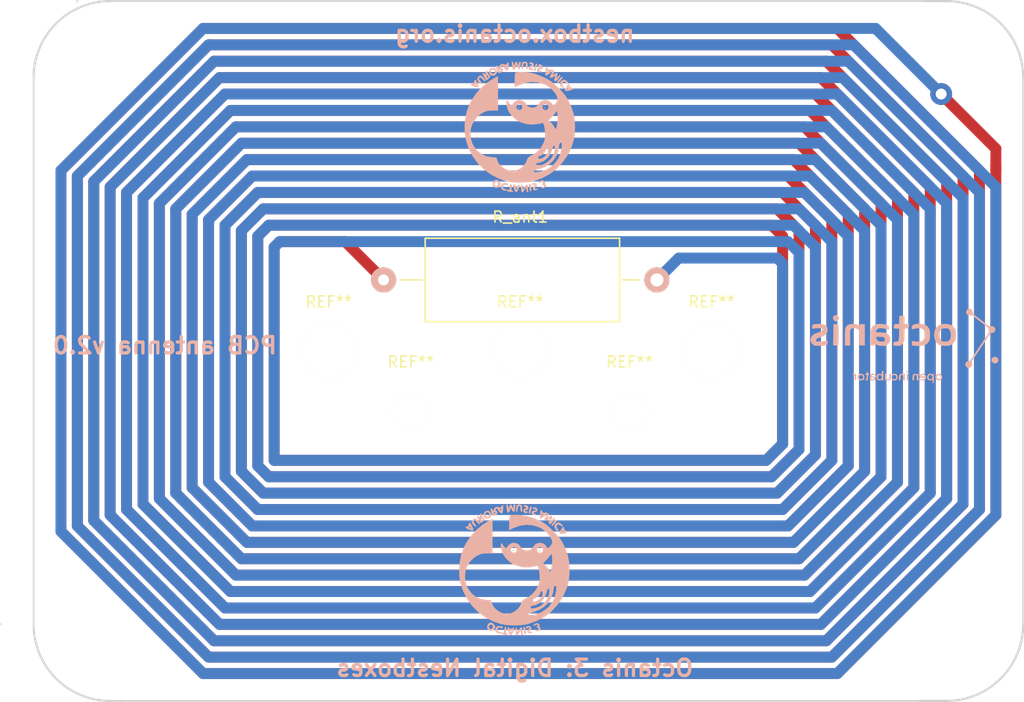
<source format=kicad_pcb>
(kicad_pcb (version 20170123) (host pcbnew "(2017-06-12 revision 19d5cc754)-master")

  (general
    (links 1)
    (no_connects 0)
    (area 99.924999 72.899999 193.600001 137.100001)
    (thickness 1.6)
    (drawings 21)
    (tracks 229)
    (zones 0)
    (modules 9)
    (nets 2)
  )

  (page A4)
  (layers
    (0 F.Cu signal)
    (31 B.Cu signal)
    (32 B.Adhes user)
    (33 F.Adhes user)
    (34 B.Paste user)
    (35 F.Paste user)
    (36 B.SilkS user)
    (37 F.SilkS user)
    (38 B.Mask user)
    (39 F.Mask user)
    (40 Dwgs.User user)
    (41 Cmts.User user)
    (42 Eco1.User user)
    (43 Eco2.User user)
    (44 Edge.Cuts user)
    (45 Margin user)
    (46 B.CrtYd user)
    (47 F.CrtYd user)
    (48 B.Fab user)
    (49 F.Fab user)
  )

  (setup
    (last_trace_width 1)
    (user_trace_width 1)
    (trace_clearance 0.5)
    (zone_clearance 0.508)
    (zone_45_only no)
    (trace_min 1)
    (segment_width 0.2)
    (edge_width 0.2)
    (via_size 2)
    (via_drill 1)
    (via_min_size 2)
    (via_min_drill 1)
    (user_via 2 1)
    (uvia_size 0.3)
    (uvia_drill 0.1)
    (uvias_allowed no)
    (uvia_min_size 0.2)
    (uvia_min_drill 0.1)
    (pcb_text_width 0.3)
    (pcb_text_size 1.5 1.5)
    (mod_edge_width 0.15)
    (mod_text_size 1 1)
    (mod_text_width 0.15)
    (pad_size 5 5)
    (pad_drill 5)
    (pad_to_mask_clearance 0.2)
    (aux_axis_origin 0 0)
    (visible_elements FFFFFF7F)
    (pcbplotparams
      (layerselection 0x010f0_ffffffff)
      (usegerberextensions true)
      (excludeedgelayer true)
      (linewidth 0.050000)
      (plotframeref false)
      (viasonmask false)
      (mode 1)
      (useauxorigin false)
      (hpglpennumber 1)
      (hpglpenspeed 20)
      (hpglpendiameter 15)
      (psnegative false)
      (psa4output false)
      (plotreference true)
      (plotvalue true)
      (plotinvisibletext false)
      (padsonsilk false)
      (subtractmaskfromsilk false)
      (outputformat 1)
      (mirror false)
      (drillshape 0)
      (scaleselection 1)
      (outputdirectory ""))
  )

  (net 0 "")
  (net 1 "Net-(R_ant1-Pad1)")

  (net_class Default "This is the default net class."
    (clearance 0.5)
    (trace_width 1)
    (via_dia 2)
    (via_drill 1)
    (uvia_dia 0.3)
    (uvia_drill 0.1)
    (diff_pair_gap 0.5)
    (diff_pair_width 1)
    (add_net "Net-(R_ant1-Pad1)")
  )

  (module Octanis3:octanis_open_incubator_logo (layer B.Cu) (tedit 0) (tstamp 5A2C966B)
    (at 182.5 104.5 180)
    (fp_text reference G*** (at 0 0 180) (layer B.SilkS) hide
      (effects (font (thickness 0.3)) (justify mirror))
    )
    (fp_text value LOGO (at 0.75 0 180) (layer B.SilkS) hide
      (effects (font (thickness 0.3)) (justify mirror))
    )
    (fp_poly (pts (xy 6.251632 2.74928) (xy 6.339521 2.68288) (xy 6.391845 2.586321) (xy 6.394503 2.468569)
      (xy 6.366282 2.391258) (xy 6.310875 2.320325) (xy 6.232499 2.256435) (xy 6.156948 2.218039)
      (xy 6.120852 2.215728) (xy 6.08636 2.229233) (xy 6.02672 2.252983) (xy 5.912905 2.330085)
      (xy 5.85249 2.438045) (xy 5.850289 2.558469) (xy 5.911112 2.672963) (xy 5.915575 2.677861)
      (xy 6.025559 2.755737) (xy 6.142277 2.776554) (xy 6.251632 2.74928)) (layer B.SilkS) (width 0.01))
    (fp_poly (pts (xy 6.357413 1.04554) (xy 6.361358 0.792293) (xy 6.366176 0.561462) (xy 6.371551 0.36348)
      (xy 6.377167 0.208779) (xy 6.382707 0.107792) (xy 6.386909 0.072571) (xy 6.383169 0.042194)
      (xy 6.33939 0.023188) (xy 6.24276 0.011805) (xy 6.164498 0.007527) (xy 5.924567 -0.003088)
      (xy 5.901826 0.134527) (xy 5.894046 0.216741) (xy 5.887927 0.350985) (xy 5.883442 0.525103)
      (xy 5.880566 0.72694) (xy 5.879274 0.94434) (xy 5.879541 1.165148) (xy 5.88134 1.377207)
      (xy 5.884648 1.568361) (xy 5.889438 1.726456) (xy 5.895686 1.839335) (xy 5.903365 1.894842)
      (xy 5.905499 1.898327) (xy 5.953996 1.910998) (xy 6.050746 1.927244) (xy 6.139074 1.93908)
      (xy 6.345435 1.96408) (xy 6.357413 1.04554)) (layer B.SilkS) (width 0.01))
    (fp_poly (pts (xy 4.786792 1.958072) (xy 4.959818 1.915494) (xy 5.088803 1.838635) (xy 5.186173 1.721767)
      (xy 5.216071 1.668423) (xy 5.243547 1.610684) (xy 5.264068 1.552424) (xy 5.278643 1.482341)
      (xy 5.288281 1.389133) (xy 5.293991 1.2615) (xy 5.296784 1.08814) (xy 5.297668 0.857751)
      (xy 5.297714 0.754311) (xy 5.297714 0) (xy 4.825999 0) (xy 4.825999 1.404545)
      (xy 4.732575 1.505352) (xy 4.674906 1.561033) (xy 4.618484 1.588655) (xy 4.538429 1.594628)
      (xy 4.418861 1.586184) (xy 4.27498 1.565573) (xy 4.177441 1.529317) (xy 4.104072 1.471805)
      (xy 4.071002 1.436845) (xy 4.046409 1.400208) (xy 4.028683 1.350854) (xy 4.016219 1.277739)
      (xy 4.00741 1.169822) (xy 4.000648 1.016061) (xy 3.994326 0.805413) (xy 3.991428 0.697772)
      (xy 3.973285 0.018142) (xy 3.728357 0.007413) (xy 3.483428 -0.003316) (xy 3.483428 1.959428)
      (xy 3.701142 1.959428) (xy 3.816087 1.955305) (xy 3.895198 1.944588) (xy 3.919412 1.932214)
      (xy 3.937268 1.880624) (xy 3.952007 1.854402) (xy 3.98319 1.829113) (xy 4.035516 1.840575)
      (xy 4.121719 1.888891) (xy 4.205581 1.933288) (xy 4.293959 1.958945) (xy 4.41028 1.970336)
      (xy 4.557304 1.972095) (xy 4.786792 1.958072)) (layer B.SilkS) (width 0.01))
    (fp_poly (pts (xy 7.784461 1.970164) (xy 7.947694 1.961449) (xy 8.075108 1.949429) (xy 8.093862 1.946741)
      (xy 8.192264 1.927984) (xy 8.245726 1.897816) (xy 8.274938 1.835221) (xy 8.296041 1.741398)
      (xy 8.311682 1.634929) (xy 8.309823 1.565901) (xy 8.300843 1.551376) (xy 8.252465 1.55009)
      (xy 8.150382 1.555721) (xy 8.01301 1.567116) (xy 7.948396 1.573428) (xy 7.785464 1.585736)
      (xy 7.634006 1.589711) (xy 7.520243 1.584881) (xy 7.496945 1.581562) (xy 7.40925 1.557585)
      (xy 7.372719 1.516489) (xy 7.365999 1.449312) (xy 7.377562 1.387824) (xy 7.418665 1.334005)
      (xy 7.498935 1.282015) (xy 7.627997 1.226013) (xy 7.815477 1.160155) (xy 7.874 1.141014)
      (xy 7.985109 1.102451) (xy 8.065126 1.069855) (xy 8.091714 1.054431) (xy 8.132496 1.021231)
      (xy 8.206068 0.971256) (xy 8.209176 0.969274) (xy 8.30934 0.872698) (xy 8.393509 0.734158)
      (xy 8.445514 0.584262) (xy 8.454571 0.504657) (xy 8.423278 0.360236) (xy 8.33887 0.212281)
      (xy 8.215556 0.084358) (xy 8.189125 0.064421) (xy 8.126925 0.026437) (xy 8.056697 0.001564)
      (xy 7.960941 -0.013336) (xy 7.822156 -0.021403) (xy 7.692755 -0.024615) (xy 7.526505 -0.026007)
      (xy 7.381692 -0.02417) (xy 7.277341 -0.019514) (xy 7.238999 -0.014898) (xy 7.156207 0.006682)
      (xy 7.047488 0.037866) (xy 7.030357 0.043011) (xy 6.94935 0.071446) (xy 6.909256 0.107986)
      (xy 6.895695 0.175946) (xy 6.894285 0.263619) (xy 6.894285 0.443051) (xy 7.048499 0.419439)
      (xy 7.154338 0.406828) (xy 7.306574 0.39313) (xy 7.479113 0.380582) (xy 7.554967 0.37599)
      (xy 7.90722 0.356152) (xy 7.932366 0.456341) (xy 7.934982 0.53697) (xy 7.893171 0.60545)
      (xy 7.799214 0.667705) (xy 7.645392 0.729661) (xy 7.527263 0.767325) (xy 7.399812 0.809101)
      (xy 7.304755 0.846914) (xy 7.258942 0.873875) (xy 7.257142 0.8778) (xy 7.228271 0.905893)
      (xy 7.211785 0.90835) (xy 7.151678 0.930946) (xy 7.091111 0.972544) (xy 6.970493 1.105326)
      (xy 6.906121 1.262983) (xy 6.889249 1.426103) (xy 6.907884 1.619929) (xy 6.972017 1.767885)
      (xy 7.086181 1.873386) (xy 7.254909 1.93985) (xy 7.482734 1.970694) (xy 7.61595 1.973844)
      (xy 7.784461 1.970164)) (layer B.SilkS) (width 0.01))
    (fp_poly (pts (xy 2.169954 1.970264) (xy 2.378099 1.944904) (xy 2.540899 1.895564) (xy 2.68812 1.814206)
      (xy 2.790894 1.717247) (xy 2.876577 1.578543) (xy 2.880338 1.571159) (xy 2.901208 1.518049)
      (xy 2.916676 1.445792) (xy 2.927472 1.343911) (xy 2.934327 1.201927) (xy 2.937971 1.009363)
      (xy 2.939134 0.75574) (xy 2.939142 0.727516) (xy 2.939142 0) (xy 2.723231 0)
      (xy 2.586701 0.006253) (xy 2.507405 0.02725) (xy 2.475069 0.057628) (xy 2.447879 0.089754)
      (xy 2.405775 0.089084) (xy 2.327725 0.053421) (xy 2.301447 0.039485) (xy 2.192411 -0.006061)
      (xy 2.066977 -0.027943) (xy 1.905537 -0.031345) (xy 1.764316 -0.0266) (xy 1.642206 -0.018987)
      (xy 1.568052 -0.010507) (xy 1.462736 0.038213) (xy 1.349955 0.134275) (xy 1.248443 0.257341)
      (xy 1.17693 0.387074) (xy 1.162625 0.429656) (xy 1.143858 0.529471) (xy 1.650004 0.529471)
      (xy 1.66732 0.458364) (xy 1.691194 0.408161) (xy 1.727091 0.379552) (xy 1.793293 0.366499)
      (xy 1.908086 0.362964) (xy 1.956507 0.362857) (xy 2.100594 0.366832) (xy 2.194883 0.382342)
      (xy 2.261888 0.414765) (xy 2.298278 0.4445) (xy 2.360875 0.521187) (xy 2.413069 0.616981)
      (xy 2.444601 0.707857) (xy 2.445214 0.769794) (xy 2.440275 0.777058) (xy 2.389545 0.791262)
      (xy 2.287481 0.798106) (xy 2.154866 0.798342) (xy 2.012483 0.792722) (xy 1.881115 0.781999)
      (xy 1.781544 0.766924) (xy 1.737923 0.751635) (xy 1.665567 0.654514) (xy 1.650004 0.529471)
      (xy 1.143858 0.529471) (xy 1.139675 0.551717) (xy 1.149416 0.660416) (xy 1.176201 0.751279)
      (xy 1.257154 0.916827) (xy 1.376831 1.040852) (xy 1.542036 1.126678) (xy 1.759572 1.177629)
      (xy 2.036243 1.197029) (xy 2.089436 1.197428) (xy 2.274694 1.199949) (xy 2.395039 1.211519)
      (xy 2.458066 1.238149) (xy 2.47137 1.285848) (xy 2.442544 1.360627) (xy 2.396452 1.440388)
      (xy 2.318319 1.524656) (xy 2.203634 1.574373) (xy 2.046018 1.589873) (xy 1.839092 1.571492)
      (xy 1.576476 1.519564) (xy 1.455711 1.489811) (xy 1.358319 1.467644) (xy 1.2957 1.45883)
      (xy 1.285228 1.46039) (xy 1.283293 1.499687) (xy 1.291073 1.587229) (xy 1.2992 1.649794)
      (xy 1.316423 1.75048) (xy 1.343876 1.810628) (xy 1.400067 1.850709) (xy 1.503507 1.891189)
      (xy 1.524111 1.898515) (xy 1.718595 1.94714) (xy 1.941998 1.971033) (xy 2.169954 1.970264)) (layer B.SilkS) (width 0.01))
    (fp_poly (pts (xy 0.260093 2.711919) (xy 0.320039 2.690304) (xy 0.328453 2.676071) (xy 0.330055 2.621207)
      (xy 0.332739 2.513112) (xy 0.336032 2.371109) (xy 0.337524 2.304142) (xy 0.344714 1.977571)
      (xy 0.554961 1.966641) (xy 0.676486 1.956765) (xy 0.745857 1.937517) (xy 0.783488 1.900383)
      (xy 0.79989 1.864493) (xy 0.826629 1.755899) (xy 0.834571 1.668438) (xy 0.831656 1.612816)
      (xy 0.812174 1.580612) (xy 0.760019 1.564226) (xy 0.659086 1.556058) (xy 0.589642 1.552872)
      (xy 0.344714 1.542142) (xy 0.345365 1.088571) (xy 0.350106 0.861478) (xy 0.362899 0.673761)
      (xy 0.382646 0.538883) (xy 0.393536 0.498928) (xy 0.424669 0.420003) (xy 0.461666 0.379629)
      (xy 0.527318 0.364888) (xy 0.633581 0.362857) (xy 0.756499 0.354793) (xy 0.827813 0.32063)
      (xy 0.861188 0.245411) (xy 0.870286 0.11418) (xy 0.870361 0.103667) (xy 0.861165 0.038624)
      (xy 0.824429 -0.002872) (xy 0.747647 -0.025713) (xy 0.618316 -0.03479) (xy 0.514103 -0.035675)
      (xy 0.349369 -0.027115) (xy 0.231082 0.001013) (xy 0.156394 0.039079) (xy 0.070941 0.116842)
      (xy -0.012446 0.228544) (xy -0.043177 0.283397) (xy -0.076299 0.357834) (xy -0.100062 0.434776)
      (xy -0.116413 0.528855) (xy -0.127303 0.654702) (xy -0.134678 0.826948) (xy -0.139295 1.005144)
      (xy -0.151589 1.556716) (xy -0.337666 1.567572) (xy -0.447578 1.576761) (xy -0.506756 1.597499)
      (xy -0.536965 1.644487) (xy -0.555868 1.714947) (xy -0.57631 1.839371) (xy -0.558191 1.913341)
      (xy -0.490895 1.949216) (xy -0.363807 1.959354) (xy -0.345854 1.959428) (xy -0.145143 1.959428)
      (xy -0.145143 2.318053) (xy -0.144192 2.482286) (xy -0.139315 2.588102) (xy -0.127476 2.649651)
      (xy -0.105639 2.681082) (xy -0.070768 2.696546) (xy -0.0635 2.698558) (xy 0.045989 2.717327)
      (xy 0.161298 2.721353) (xy 0.260093 2.711919)) (layer B.SilkS) (width 0.01))
    (fp_poly (pts (xy -1.310848 1.979157) (xy -1.288143 1.976717) (xy -1.085759 1.94355) (xy -0.945663 1.897003)
      (xy -0.857777 1.82912) (xy -0.812019 1.731941) (xy -0.798311 1.59751) (xy -0.798286 1.589979)
      (xy -0.804554 1.514215) (xy -0.837145 1.492833) (xy -0.898072 1.503287) (xy -1.190311 1.563878)
      (xy -1.425723 1.589887) (xy -1.61141 1.581072) (xy -1.754478 1.537191) (xy -1.84919 1.470895)
      (xy -1.938693 1.34168) (xy -1.990327 1.17471) (xy -2.005698 0.987793) (xy -1.986409 0.798738)
      (xy -1.934064 0.625354) (xy -1.850267 0.485449) (xy -1.753172 0.404901) (xy -1.673491 0.383531)
      (xy -1.544716 0.369929) (xy -1.389563 0.364163) (xy -1.230748 0.366305) (xy -1.090988 0.376424)
      (xy -0.992999 0.394589) (xy -0.973434 0.402504) (xy -0.897032 0.421642) (xy -0.847637 0.379701)
      (xy -0.82278 0.273324) (xy -0.81874 0.192153) (xy -0.816429 0.020455) (xy -0.961572 -0.005824)
      (xy -1.12016 -0.024583) (xy -1.312342 -0.032617) (xy -1.515887 -0.030556) (xy -1.708563 -0.019028)
      (xy -1.86814 0.001337) (xy -1.953329 0.022242) (xy -2.155481 0.126263) (xy -2.312037 0.283459)
      (xy -2.399285 0.430551) (xy -2.437511 0.521202) (xy -2.46148 0.614434) (xy -2.474108 0.730532)
      (xy -2.478311 0.889779) (xy -2.478238 0.979714) (xy -2.465423 1.243025) (xy -2.426465 1.449758)
      (xy -2.35572 1.612951) (xy -2.247542 1.745643) (xy -2.096875 1.860499) (xy -1.990944 1.904889)
      (xy -1.835954 1.942316) (xy -1.655326 1.969413) (xy -1.472484 1.982815) (xy -1.310848 1.979157)) (layer B.SilkS) (width 0.01))
    (fp_poly (pts (xy -3.688795 1.969133) (xy -3.564911 1.957539) (xy -3.463525 1.932255) (xy -3.359674 1.88876)
      (xy -3.333996 1.876288) (xy -3.141782 1.748712) (xy -3.002103 1.579285) (xy -2.912603 1.36346)
      (xy -2.870926 1.09669) (xy -2.867118 0.975204) (xy -2.888374 0.688948) (xy -2.955461 0.454853)
      (xy -3.071498 0.266409) (xy -3.239603 0.117107) (xy -3.294802 0.082382) (xy -3.383411 0.0352)
      (xy -3.468777 0.004744) (xy -3.571921 -0.013311) (xy -3.713866 -0.02329) (xy -3.827645 -0.027236)
      (xy -4.028918 -0.028649) (xy -4.174128 -0.018602) (xy -4.279096 0.004398) (xy -4.316394 0.018909)
      (xy -4.529533 0.144586) (xy -4.686929 0.308205) (xy -4.754676 0.41971) (xy -4.796084 0.508909)
      (xy -4.822477 0.595571) (xy -4.837101 0.699928) (xy -4.843203 0.842214) (xy -4.844143 0.977188)
      (xy -4.843463 1.031844) (xy -4.388918 1.031844) (xy -4.382505 0.832187) (xy -4.339044 0.646721)
      (xy -4.258314 0.494398) (xy -4.200815 0.433982) (xy -4.132935 0.394099) (xy -4.036767 0.3726)
      (xy -3.892025 0.365336) (xy -3.864429 0.365218) (xy -3.722732 0.371441) (xy -3.610563 0.388043)
      (xy -3.553274 0.409368) (xy -3.445949 0.535591) (xy -3.376159 0.711186) (xy -3.347238 0.921516)
      (xy -3.36252 1.151945) (xy -3.372198 1.204137) (xy -3.422004 1.372113) (xy -3.497034 1.483731)
      (xy -3.609843 1.548468) (xy -3.772982 1.575804) (xy -3.867924 1.578428) (xy -4.048691 1.569245)
      (xy -4.162367 1.541956) (xy -4.188076 1.526427) (xy -4.291482 1.397917) (xy -4.358503 1.226739)
      (xy -4.388918 1.031844) (xy -4.843463 1.031844) (xy -4.84185 1.161334) (xy -4.833103 1.29191)
      (xy -4.815101 1.387829) (xy -4.785042 1.467999) (xy -4.765824 1.505857) (xy -4.640159 1.693559)
      (xy -4.489134 1.828459) (xy -4.302172 1.915994) (xy -4.068698 1.961602) (xy -3.860139 1.971556)
      (xy -3.688795 1.969133)) (layer B.SilkS) (width 0.01))
    (fp_poly (pts (xy -8.311291 -1.045325) (xy -8.237465 -1.080784) (xy -8.17876 -1.143514) (xy -8.105332 -1.27535)
      (xy -8.103809 -1.398813) (xy -8.174265 -1.515873) (xy -8.193486 -1.535355) (xy -8.318153 -1.612509)
      (xy -8.457424 -1.632739) (xy -8.58838 -1.594572) (xy -8.632194 -1.563588) (xy -8.71354 -1.450175)
      (xy -8.735132 -1.317048) (xy -8.695185 -1.187031) (xy -8.664965 -1.144881) (xy -8.584095 -1.073553)
      (xy -8.484986 -1.043493) (xy -8.421541 -1.039263) (xy -8.311291 -1.045325)) (layer B.SilkS) (width 0.01))
    (fp_poly (pts (xy -5.953389 3.337902) (xy -5.87997 3.27298) (xy -5.79126 3.144365) (xy -5.769888 3.013596)
      (xy -5.813483 2.893777) (xy -5.919674 2.798013) (xy -5.970473 2.772903) (xy -6.076886 2.741756)
      (xy -6.163623 2.754456) (xy -6.182225 2.762271) (xy -6.241294 2.780061) (xy -6.301402 2.768961)
      (xy -6.384305 2.722204) (xy -6.445128 2.68051) (xy -6.589382 2.577193) (xy -6.700442 2.492574)
      (xy -6.805773 2.405516) (xy -6.833842 2.381402) (xy -6.903894 2.324437) (xy -7.008508 2.243314)
      (xy -7.112 2.165335) (xy -7.307867 2.016862) (xy -7.542058 1.833626) (xy -7.774215 1.648317)
      (xy -7.82088 1.575709) (xy -7.837715 1.487577) (xy -7.850881 1.385551) (xy -7.878003 1.31336)
      (xy -7.885047 1.285117) (xy -7.875448 1.240709) (xy -7.845234 1.173171) (xy -7.790434 1.075537)
      (xy -7.707075 0.940841) (xy -7.591185 0.762118) (xy -7.438792 0.5324) (xy -7.397217 0.47021)
      (xy -7.255548 0.259578) (xy -7.126426 0.069628) (xy -7.015498 -0.091497) (xy -6.928408 -0.215658)
      (xy -6.870801 -0.294712) (xy -6.848929 -0.320524) (xy -6.824032 -0.362297) (xy -6.821715 -0.384024)
      (xy -6.806169 -0.430743) (xy -6.7945 -0.43597) (xy -6.763947 -0.46523) (xy -6.709555 -0.541574)
      (xy -6.642879 -0.64873) (xy -6.640286 -0.653143) (xy -6.573374 -0.76114) (xy -6.518311 -0.838936)
      (xy -6.486653 -0.870261) (xy -6.486072 -0.870316) (xy -6.461502 -0.900169) (xy -6.458858 -0.922262)
      (xy -6.442601 -0.976516) (xy -6.431643 -0.985762) (xy -6.39942 -1.020218) (xy -6.34096 -1.099017)
      (xy -6.268846 -1.205187) (xy -6.267987 -1.206501) (xy -6.18493 -1.324036) (xy -6.120168 -1.388935)
      (xy -6.059937 -1.413668) (xy -6.037728 -1.415143) (xy -5.938323 -1.433875) (xy -5.841419 -1.475688)
      (xy -5.753851 -1.564616) (xy -5.710839 -1.685914) (xy -5.715343 -1.814259) (xy -5.770328 -1.924329)
      (xy -5.786945 -1.941286) (xy -5.87543 -2.005816) (xy -5.968502 -2.049666) (xy -6.04701 -2.066951)
      (xy -6.091803 -2.05179) (xy -6.096001 -2.036233) (xy -6.126093 -2.001994) (xy -6.165463 -1.986014)
      (xy -6.251657 -1.929181) (xy -6.305315 -1.824451) (xy -6.318801 -1.692096) (xy -6.305905 -1.613262)
      (xy -6.28921 -1.537133) (xy -6.291057 -1.474715) (xy -6.317955 -1.405579) (xy -6.376412 -1.3093)
      (xy -6.426841 -1.233715) (xy -6.505291 -1.120739) (xy -6.569924 -1.033836) (xy -6.609039 -0.988587)
      (xy -6.613072 -0.985762) (xy -6.637969 -0.94399) (xy -6.640286 -0.922262) (xy -6.655832 -0.875544)
      (xy -6.667501 -0.870316) (xy -6.698054 -0.841056) (xy -6.752446 -0.764713) (xy -6.819122 -0.657557)
      (xy -6.821715 -0.653143) (xy -6.888627 -0.545147) (xy -6.94369 -0.46735) (xy -6.975348 -0.436026)
      (xy -6.975929 -0.43597) (xy -7.000499 -0.406117) (xy -7.003143 -0.384024) (xy -7.0194 -0.329771)
      (xy -7.030358 -0.320524) (xy -7.057585 -0.287978) (xy -7.118437 -0.203737) (xy -7.206708 -0.076769)
      (xy -7.316192 0.083957) (xy -7.440683 0.269473) (xy -7.490707 0.344714) (xy -7.652867 0.588555)
      (xy -7.780865 0.778398) (xy -7.880268 0.920976) (xy -7.95664 1.02302) (xy -8.01555 1.091264)
      (xy -8.062562 1.13244) (xy -8.103245 1.153281) (xy -8.143163 1.160519) (xy -8.165718 1.161142)
      (xy -8.300588 1.193563) (xy -8.400866 1.280663) (xy -8.451385 1.407198) (xy -8.454572 1.45147)
      (xy -8.424258 1.598634) (xy -8.339819 1.703858) (xy -8.211005 1.759643) (xy -8.053851 1.75959)
      (xy -7.99498 1.752764) (xy -7.939648 1.757857) (xy -7.877489 1.780744) (xy -7.798138 1.827297)
      (xy -7.691227 1.903388) (xy -7.546393 2.014892) (xy -7.402286 2.12875) (xy -7.316583 2.196044)
      (xy -7.190098 2.294477) (xy -7.03965 2.411045) (xy -6.882057 2.532742) (xy -6.734139 2.646564)
      (xy -6.612713 2.739505) (xy -6.594914 2.753055) (xy -6.484959 2.840403) (xy -6.422112 2.904976)
      (xy -6.393519 2.964876) (xy -6.386324 3.038208) (xy -6.386286 3.04686) (xy -6.355618 3.196276)
      (xy -6.267778 3.303427) (xy -6.129015 3.360926) (xy -6.119128 3.362648) (xy -6.026121 3.367835)
      (xy -5.953389 3.337902)) (layer B.SilkS) (width 0.01))
    (fp_poly (pts (xy -0.363302 -2.345331) (xy -0.3335 -2.386534) (xy -0.335633 -2.403948) (xy -0.38056 -2.450574)
      (xy -0.446724 -2.458719) (xy -0.49057 -2.429991) (xy -0.492177 -2.371228) (xy -0.478249 -2.350592)
      (xy -0.422242 -2.329351) (xy -0.363302 -2.345331)) (layer B.SilkS) (width 0.01))
    (fp_poly (pts (xy 4.384366 -2.5997) (xy 4.390571 -2.619829) (xy 4.401281 -2.645074) (xy 4.434114 -2.619829)
      (xy 4.505719 -2.579114) (xy 4.572086 -2.58535) (xy 4.607267 -2.634381) (xy 4.608285 -2.647719)
      (xy 4.589995 -2.699897) (xy 4.558535 -2.700061) (xy 4.486683 -2.704287) (xy 4.431262 -2.77042)
      (xy 4.39786 -2.888607) (xy 4.390571 -2.996164) (xy 4.385567 -3.115635) (xy 4.368037 -3.17673)
      (xy 4.336142 -3.193143) (xy 4.308931 -3.179976) (xy 4.292277 -3.132043) (xy 4.283948 -3.036703)
      (xy 4.281714 -2.884715) (xy 4.284038 -2.730517) (xy 4.292496 -2.636142) (xy 4.309321 -2.588948)
      (xy 4.336142 -2.576286) (xy 4.384366 -2.5997)) (layer B.SilkS) (width 0.01))
    (fp_poly (pts (xy 3.961181 -2.606792) (xy 4.062792 -2.686627) (xy 4.125664 -2.798266) (xy 4.142485 -2.924184)
      (xy 4.105944 -3.046855) (xy 4.052589 -3.114247) (xy 3.93725 -3.179195) (xy 3.800721 -3.194881)
      (xy 3.670849 -3.161617) (xy 3.59861 -3.109162) (xy 3.528442 -2.989227) (xy 3.518217 -2.867005)
      (xy 3.642888 -2.867005) (xy 3.650296 -2.964398) (xy 3.702419 -3.046474) (xy 3.745711 -3.074716)
      (xy 3.849699 -3.087137) (xy 3.949553 -3.033382) (xy 4.00757 -2.962947) (xy 4.021793 -2.880907)
      (xy 3.985598 -2.792061) (xy 3.914148 -2.720683) (xy 3.838341 -2.692024) (xy 3.741972 -2.709909)
      (xy 3.675134 -2.775206) (xy 3.642888 -2.867005) (xy 3.518217 -2.867005) (xy 3.517548 -2.859012)
      (xy 3.558347 -2.736117) (xy 3.643258 -2.63814) (xy 3.764702 -2.582683) (xy 3.828142 -2.576286)
      (xy 3.961181 -2.606792)) (layer B.SilkS) (width 0.01))
    (fp_poly (pts (xy 3.291347 -2.426401) (xy 3.301999 -2.485572) (xy 3.319008 -2.556707) (xy 3.374571 -2.576286)
      (xy 3.433673 -2.598975) (xy 3.447142 -2.630715) (xy 3.416891 -2.675041) (xy 3.374571 -2.685143)
      (xy 3.327393 -2.697093) (xy 3.306333 -2.745582) (xy 3.301999 -2.832672) (xy 3.312933 -2.954526)
      (xy 3.341193 -3.049594) (xy 3.379971 -3.101348) (xy 3.412677 -3.101304) (xy 3.442227 -3.110585)
      (xy 3.447142 -3.136573) (xy 3.418233 -3.178374) (xy 3.351257 -3.194122) (xy 3.27584 -3.183923)
      (xy 3.221608 -3.147883) (xy 3.215167 -3.135747) (xy 3.202671 -3.068237) (xy 3.19469 -2.957982)
      (xy 3.193142 -2.881747) (xy 3.188121 -2.762404) (xy 3.170534 -2.701436) (xy 3.138714 -2.685143)
      (xy 3.090435 -2.664947) (xy 3.084285 -2.647719) (xy 3.113282 -2.603532) (xy 3.138714 -2.589408)
      (xy 3.181008 -2.540845) (xy 3.193142 -2.48169) (xy 3.212778 -2.411646) (xy 3.247571 -2.394858)
      (xy 3.291347 -2.426401)) (layer B.SilkS) (width 0.01))
    (fp_poly (pts (xy 2.852915 -2.597902) (xy 2.935973 -2.645775) (xy 2.939142 -2.648858) (xy 2.982077 -2.709387)
      (xy 3.004499 -2.79561) (xy 3.011636 -2.929276) (xy 3.011714 -2.950791) (xy 3.011714 -3.180153)
      (xy 2.80058 -3.185972) (xy 2.671495 -3.182069) (xy 2.577452 -3.16492) (xy 2.54658 -3.148924)
      (xy 2.514662 -3.082743) (xy 2.503714 -3.00356) (xy 2.504931 -2.999968) (xy 2.619978 -2.999968)
      (xy 2.633295 -3.046505) (xy 2.645598 -3.062217) (xy 2.70572 -3.112804) (xy 2.774592 -3.109756)
      (xy 2.832671 -3.08301) (xy 2.889577 -3.022864) (xy 2.902857 -2.974152) (xy 2.874846 -2.919391)
      (xy 2.805146 -2.902211) (xy 2.715255 -2.9245) (xy 2.666233 -2.95336) (xy 2.619978 -2.999968)
      (xy 2.504931 -2.999968) (xy 2.535396 -2.910085) (xy 2.629033 -2.851945) (xy 2.782506 -2.830393)
      (xy 2.796362 -2.830286) (xy 2.880968 -2.817315) (xy 2.89788 -2.779735) (xy 2.848121 -2.721174)
      (xy 2.766589 -2.692803) (xy 2.666692 -2.696307) (xy 2.575937 -2.702313) (xy 2.541242 -2.678903)
      (xy 2.539999 -2.668601) (xy 2.570712 -2.613805) (xy 2.647975 -2.583021) (xy 2.749479 -2.577352)
      (xy 2.852915 -2.597902)) (layer B.SilkS) (width 0.01))
    (fp_poly (pts (xy 1.896268 -2.333199) (xy 1.91765 -2.378318) (xy 1.923134 -2.476218) (xy 1.923142 -2.48242)
      (xy 1.923142 -2.642554) (xy 2.0256 -2.60388) (xy 2.168617 -2.581503) (xy 2.290856 -2.624119)
      (xy 2.379584 -2.72698) (xy 2.418621 -2.872261) (xy 2.397857 -3.019518) (xy 2.334373 -3.127262)
      (xy 2.254775 -3.17312) (xy 2.143901 -3.19251) (xy 2.035034 -3.18341) (xy 1.966685 -3.149601)
      (xy 1.93073 -3.124356) (xy 1.923142 -3.149601) (xy 1.892825 -3.184947) (xy 1.850571 -3.193143)
      (xy 1.819936 -3.188871) (xy 1.799392 -3.168038) (xy 1.786934 -3.118616) (xy 1.780557 -3.028581)
      (xy 1.778456 -2.898192) (xy 1.923142 -2.898192) (xy 1.948329 -3.011297) (xy 2.024071 -3.072353)
      (xy 2.104571 -3.084286) (xy 2.19306 -3.068445) (xy 2.242457 -3.040743) (xy 2.279929 -2.959483)
      (xy 2.279806 -2.853672) (xy 2.243734 -2.759803) (xy 2.228979 -2.742164) (xy 2.137364 -2.690893)
      (xy 2.04393 -2.699797) (xy 1.967249 -2.759402) (xy 1.925889 -2.860235) (xy 1.923142 -2.898192)
      (xy 1.778456 -2.898192) (xy 1.778257 -2.885905) (xy 1.777999 -2.757715) (xy 1.778712 -2.573908)
      (xy 1.782184 -2.450643) (xy 1.790421 -2.375893) (xy 1.805427 -2.337632) (xy 1.829206 -2.323834)
      (xy 1.850571 -2.322286) (xy 1.896268 -2.333199)) (layer B.SilkS) (width 0.01))
    (fp_poly (pts (xy 1.595753 -2.582091) (xy 1.617333 -2.609024) (xy 1.628427 -2.671358) (xy 1.632436 -2.78337)
      (xy 1.632857 -2.880814) (xy 1.632857 -3.185343) (xy 1.415429 -3.188403) (xy 1.289416 -3.186546)
      (xy 1.21365 -3.172034) (xy 1.166051 -3.138151) (xy 1.141372 -3.105038) (xy 1.107164 -3.016328)
      (xy 1.091775 -2.899233) (xy 1.09399 -2.775747) (xy 1.112593 -2.667864) (xy 1.14637 -2.597578)
      (xy 1.170214 -2.58305) (xy 1.204605 -2.585419) (xy 1.223875 -2.618815) (xy 1.232177 -2.697925)
      (xy 1.233714 -2.80768) (xy 1.245578 -2.972433) (xy 1.282075 -3.070394) (xy 1.344558 -3.103509)
      (xy 1.423277 -3.079933) (xy 1.459929 -3.045085) (xy 1.479882 -2.978592) (xy 1.487304 -2.863049)
      (xy 1.487714 -2.810867) (xy 1.49 -2.683643) (xy 1.500173 -2.612859) (xy 1.523206 -2.582439)
      (xy 1.560285 -2.576286) (xy 1.595753 -2.582091)) (layer B.SilkS) (width 0.01))
    (fp_poly (pts (xy 0.882792 -2.590997) (xy 0.965861 -2.629534) (xy 0.996716 -2.6835) (xy 0.992878 -2.703175)
      (xy 0.958516 -2.737185) (xy 0.905901 -2.720765) (xy 0.784772 -2.686746) (xy 0.682571 -2.720771)
      (xy 0.630689 -2.777344) (xy 0.594847 -2.883552) (xy 0.615419 -2.981899) (xy 0.678583 -3.056316)
      (xy 0.770519 -3.09073) (xy 0.877407 -3.069071) (xy 0.880293 -3.067599) (xy 0.951451 -3.038328)
      (xy 0.985347 -3.050884) (xy 0.992472 -3.065196) (xy 0.98707 -3.130604) (xy 0.918641 -3.174655)
      (xy 0.794731 -3.192899) (xy 0.775519 -3.193143) (xy 0.661328 -3.182006) (xy 0.584895 -3.1395)
      (xy 0.546919 -3.097536) (xy 0.484103 -2.970365) (xy 0.477691 -2.837732) (xy 0.520581 -2.716793)
      (xy 0.605668 -2.624703) (xy 0.725851 -2.578617) (xy 0.762736 -2.576286) (xy 0.882792 -2.590997)) (layer B.SilkS) (width 0.01))
    (fp_poly (pts (xy -0.074834 -2.600862) (xy -0.064876 -2.617516) (xy -0.034977 -2.638477) (xy 0.023385 -2.612207)
      (xy 0.129574 -2.582238) (xy 0.235922 -2.607528) (xy 0.314607 -2.679445) (xy 0.327854 -2.706662)
      (xy 0.348044 -2.796125) (xy 0.360691 -2.922118) (xy 0.362857 -2.995934) (xy 0.35963 -3.110433)
      (xy 0.345712 -3.169769) (xy 0.314744 -3.191222) (xy 0.290285 -3.193143) (xy 0.251085 -3.185826)
      (xy 0.229191 -3.153207) (xy 0.219701 -3.079283) (xy 0.217714 -2.956147) (xy 0.213569 -2.819915)
      (xy 0.198769 -2.740367) (xy 0.169762 -2.701967) (xy 0.158353 -2.696373) (xy 0.073624 -2.689158)
      (xy 0.01497 -2.744669) (xy -0.019337 -2.865431) (xy -0.028946 -2.97013) (xy -0.037904 -3.094215)
      (xy -0.053442 -3.161881) (xy -0.081472 -3.189276) (xy -0.110589 -3.193143) (xy -0.145068 -3.186988)
      (xy -0.166132 -3.159092) (xy -0.17703 -3.095312) (xy -0.18101 -2.981504) (xy -0.181429 -2.884715)
      (xy -0.178812 -2.728571) (xy -0.169651 -2.633059) (xy -0.151979 -2.586387) (xy -0.130024 -2.576286)
      (xy -0.074834 -2.600862)) (layer B.SilkS) (width 0.01))
    (fp_poly (pts (xy -0.390075 -2.589454) (xy -0.37342 -2.637386) (xy -0.365092 -2.732726) (xy -0.362858 -2.884715)
      (xy -0.365181 -3.038913) (xy -0.37364 -3.133287) (xy -0.390465 -3.180482) (xy -0.417286 -3.193143)
      (xy -0.444498 -3.179976) (xy -0.461152 -3.132043) (xy -0.46948 -3.036703) (xy -0.471715 -2.884715)
      (xy -0.469391 -2.730517) (xy -0.460932 -2.636142) (xy -0.444108 -2.588948) (xy -0.417286 -2.576286)
      (xy -0.390075 -2.589454)) (layer B.SilkS) (width 0.01))
    (fp_poly (pts (xy -1.308548 -2.600862) (xy -1.298591 -2.617516) (xy -1.267831 -2.637639) (xy -1.206618 -2.60989)
      (xy -1.102928 -2.581763) (xy -0.998737 -2.608472) (xy -0.921396 -2.67993) (xy -0.903248 -2.721755)
      (xy -0.887815 -2.811109) (xy -0.877006 -2.936085) (xy -0.874475 -3.002643) (xy -0.875657 -3.114551)
      (xy -0.888956 -3.171687) (xy -0.920732 -3.191625) (xy -0.943429 -3.193143) (xy -0.985614 -3.184349)
      (xy -1.007446 -3.146431) (xy -1.01531 -3.062091) (xy -1.016001 -2.99654) (xy -1.021965 -2.838313)
      (xy -1.042298 -2.741068) (xy -1.080655 -2.69401) (xy -1.121483 -2.685143) (xy -1.199726 -2.707552)
      (xy -1.247301 -2.780122) (xy -1.268208 -2.910866) (xy -1.270001 -2.982686) (xy -1.272833 -3.101806)
      (xy -1.2852 -3.165282) (xy -1.312905 -3.189948) (xy -1.342572 -3.193143) (xy -1.377858 -3.187404)
      (xy -1.399412 -3.160725) (xy -1.410572 -3.098916) (xy -1.414677 -2.987788) (xy -1.415143 -2.884715)
      (xy -1.412526 -2.728571) (xy -1.403365 -2.633059) (xy -1.385694 -2.586387) (xy -1.363739 -2.576286)
      (xy -1.308548 -2.600862)) (layer B.SilkS) (width 0.01))
    (fp_poly (pts (xy -1.696431 -2.606793) (xy -1.596815 -2.684109) (xy -1.534345 -2.786923) (xy -1.524001 -2.84678)
      (xy -1.527939 -2.89642) (xy -1.550693 -2.924068) (xy -1.608668 -2.936148) (xy -1.718268 -2.939085)
      (xy -1.759858 -2.939143) (xy -1.903239 -2.945323) (xy -1.977286 -2.965258) (xy -1.984291 -3.001047)
      (xy -1.926549 -3.054785) (xy -1.903514 -3.070454) (xy -1.820337 -3.109619) (xy -1.74253 -3.09878)
      (xy -1.719366 -3.088972) (xy -1.63351 -3.064288) (xy -1.583765 -3.07661) (xy -1.584046 -3.119803)
      (xy -1.599253 -3.141945) (xy -1.666298 -3.176291) (xy -1.784571 -3.192481) (xy -1.817893 -3.193143)
      (xy -1.931948 -3.186939) (xy -2.000912 -3.161145) (xy -2.051727 -3.10499) (xy -2.056564 -3.097722)
      (xy -2.10085 -2.992566) (xy -2.119086 -2.875306) (xy -2.100013 -2.801258) (xy -1.995715 -2.801258)
      (xy -1.96327 -2.818573) (xy -1.881184 -2.828957) (xy -1.832429 -2.830286) (xy -1.735031 -2.824518)
      (xy -1.676622 -2.809925) (xy -1.669143 -2.801258) (xy -1.700269 -2.741019) (xy -1.77353 -2.696051)
      (xy -1.832429 -2.685143) (xy -1.91714 -2.707277) (xy -1.980376 -2.759374) (xy -1.995715 -2.801258)
      (xy -2.100013 -2.801258) (xy -2.086072 -2.74714) (xy -1.999401 -2.644167) (xy -1.877629 -2.584373)
      (xy -1.810613 -2.576286) (xy -1.696431 -2.606793)) (layer B.SilkS) (width 0.01))
    (fp_poly (pts (xy -3.150819 -2.606792) (xy -3.049208 -2.686627) (xy -2.986336 -2.798266) (xy -2.969515 -2.924184)
      (xy -3.006056 -3.046855) (xy -3.059411 -3.114247) (xy -3.17475 -3.179195) (xy -3.311279 -3.194881)
      (xy -3.441151 -3.161617) (xy -3.51339 -3.109162) (xy -3.583558 -2.989227) (xy -3.593084 -2.875363)
      (xy -3.477928 -2.875363) (xy -3.460092 -2.968872) (xy -3.390242 -3.043462) (xy -3.312327 -3.091489)
      (xy -3.244178 -3.090423) (xy -3.207944 -3.076161) (xy -3.132292 -3.014937) (xy -3.097559 -2.950801)
      (xy -3.098243 -2.842693) (xy -3.146687 -2.757107) (xy -3.225107 -2.704031) (xy -3.315719 -2.693456)
      (xy -3.400738 -2.735369) (xy -3.426943 -2.765789) (xy -3.477928 -2.875363) (xy -3.593084 -2.875363)
      (xy -3.594452 -2.859012) (xy -3.553653 -2.736117) (xy -3.468742 -2.63814) (xy -3.347298 -2.582683)
      (xy -3.283858 -2.576286) (xy -3.150819 -2.606792)) (layer B.SilkS) (width 0.01))
    (fp_poly (pts (xy -2.721779 -2.603541) (xy -2.710846 -2.621643) (xy -2.686616 -2.648804) (xy -2.646136 -2.621643)
      (xy -2.55379 -2.579601) (xy -2.439166 -2.58748) (xy -2.329192 -2.641856) (xy -2.302494 -2.665351)
      (xy -2.230019 -2.782177) (xy -2.211085 -2.917557) (xy -2.245977 -3.046294) (xy -2.297411 -3.114247)
      (xy -2.392895 -3.169358) (xy -2.510299 -3.192891) (xy -2.619475 -3.182045) (xy -2.677886 -3.149601)
      (xy -2.704589 -3.138237) (xy -2.717963 -3.17979) (xy -2.721429 -3.276601) (xy -2.72798 -3.386838)
      (xy -2.750432 -3.438611) (xy -2.775858 -3.447143) (xy -2.799324 -3.436226) (xy -2.815111 -3.396073)
      (xy -2.824607 -3.315581) (xy -2.829199 -3.183649) (xy -2.830286 -3.011715) (xy -2.829264 -2.88675)
      (xy -2.707293 -2.88675) (xy -2.691142 -2.984518) (xy -2.628183 -3.060669) (xy -2.604289 -3.073868)
      (xy -2.496992 -3.089345) (xy -2.404748 -3.037205) (xy -2.351627 -2.956534) (xy -2.339353 -2.854648)
      (xy -2.380978 -2.760056) (xy -2.461107 -2.697303) (xy -2.521858 -2.685143) (xy -2.617957 -2.714924)
      (xy -2.681334 -2.789506) (xy -2.707293 -2.88675) (xy -2.829264 -2.88675) (xy -2.828735 -2.822085)
      (xy -2.823247 -2.6944) (xy -2.812576 -2.618081) (xy -2.795471 -2.582552) (xy -2.778881 -2.576286)
      (xy -2.721779 -2.603541)) (layer B.SilkS) (width 0.01))
  )

  (module Octanis3:octanis3_logo (layer B.Cu) (tedit 0) (tstamp 5A28F56E)
    (at 147 125)
    (fp_text reference G*** (at 0 0) (layer B.SilkS) hide
      (effects (font (thickness 0.3)) (justify mirror))
    )
    (fp_text value LOGO (at 0.75 0) (layer B.SilkS) hide
      (effects (font (thickness 0.3)) (justify mirror))
    )
    (fp_poly (pts (xy 2.285271 -1.700129) (xy 2.286 -1.7145) (xy 2.237184 -1.775559) (xy 2.218752 -1.778)
      (xy 2.180827 -1.739097) (xy 2.19075 -1.7145) (xy 2.247811 -1.653922) (xy 2.257997 -1.651)
      (xy 2.285271 -1.700129)) (layer B.SilkS) (width 0.01))
    (fp_poly (pts (xy -0.127 -1.68275) (xy -0.066423 -1.739811) (xy -0.0635 -1.749997) (xy -0.11263 -1.777271)
      (xy -0.127 -1.778) (xy -0.18806 -1.729184) (xy -0.1905 -1.710752) (xy -0.151598 -1.672827)
      (xy -0.127 -1.68275)) (layer B.SilkS) (width 0.01))
    (fp_poly (pts (xy 0.328725 5.875798) (xy 0.35972 5.815112) (xy 0.456303 5.646286) (xy 0.525647 5.597656)
      (xy 0.564362 5.669809) (xy 0.5715 5.7785) (xy 0.597027 5.925582) (xy 0.673543 5.969)
      (xy 0.745262 5.93113) (xy 0.737043 5.868557) (xy 0.711746 5.741159) (xy 0.698901 5.556192)
      (xy 0.6985 5.519307) (xy 0.673997 5.337344) (xy 0.608145 5.271466) (xy 0.512427 5.32227)
      (xy 0.398328 5.490354) (xy 0.391573 5.503354) (xy 0.272112 5.736207) (xy 0.228428 5.503354)
      (xy 0.180566 5.328419) (xy 0.132372 5.271906) (xy 0.093626 5.325639) (xy 0.074108 5.481442)
      (xy 0.076206 5.630609) (xy 0.105583 5.87277) (xy 0.159671 5.995792) (xy 0.235155 5.99752)
      (xy 0.328725 5.875798)) (layer B.SilkS) (width 0.01))
    (fp_poly (pts (xy -0.327148 5.969741) (xy -0.229029 5.841411) (xy -0.158869 5.702722) (xy -0.069943 5.480542)
      (xy -0.044281 5.34148) (xy -0.0813 5.294854) (xy -0.180417 5.349984) (xy -0.18093 5.350414)
      (xy -0.30088 5.405882) (xy -0.425667 5.406523) (xy -0.502302 5.355751) (xy -0.508 5.329344)
      (xy -0.558884 5.275827) (xy -0.594916 5.2705) (xy -0.638831 5.291005) (xy -0.642232 5.369732)
      (xy -0.603944 5.532501) (xy -0.582655 5.606426) (xy -0.411347 5.606426) (xy -0.372303 5.547)
      (xy -0.315886 5.557248) (xy -0.286078 5.637223) (xy -0.297361 5.690608) (xy -0.340629 5.752113)
      (xy -0.385647 5.707482) (xy -0.411347 5.606426) (xy -0.582655 5.606426) (xy -0.579041 5.618973)
      (xy -0.493974 5.860152) (xy -0.412736 5.976532) (xy -0.327148 5.969741)) (layer B.SilkS) (width 0.01))
    (fp_poly (pts (xy 1.014855 5.829) (xy 1.012163 5.649978) (xy 0.997299 5.540375) (xy 0.950851 5.321408)
      (xy 0.898902 5.218689) (xy 0.83493 5.221472) (xy 0.814468 5.239199) (xy 0.80391 5.316611)
      (xy 0.815005 5.468652) (xy 0.840689 5.646238) (xy 0.873902 5.800286) (xy 0.906806 5.880974)
      (xy 0.978631 5.91016) (xy 1.014855 5.829)) (layer B.SilkS) (width 0.01))
    (fp_poly (pts (xy 1.502347 5.783783) (xy 1.573846 5.724212) (xy 1.563807 5.667107) (xy 1.468012 5.680866)
      (xy 1.358253 5.688407) (xy 1.342308 5.629015) (xy 1.425733 5.527072) (xy 1.431814 5.521957)
      (xy 1.512086 5.393234) (xy 1.493477 5.260694) (xy 1.388694 5.171276) (xy 1.3335 5.158801)
      (xy 1.172508 5.169408) (xy 1.08003 5.203782) (xy 1.021545 5.276183) (xy 1.056988 5.336889)
      (xy 1.135489 5.373809) (xy 1.17133 5.339533) (xy 1.265797 5.277938) (xy 1.316566 5.2705)
      (xy 1.370982 5.287051) (xy 1.339316 5.351471) (xy 1.275321 5.423586) (xy 1.166488 5.587755)
      (xy 1.163547 5.7191) (xy 1.261998 5.797276) (xy 1.360827 5.81025) (xy 1.502347 5.783783)) (layer B.SilkS) (width 0.01))
    (fp_poly (pts (xy -0.696235 5.950804) (xy -0.635351 5.917654) (xy -0.635 5.913861) (xy -0.686499 5.850689)
      (xy -0.733128 5.842) (xy -0.795488 5.815554) (xy -0.804449 5.715964) (xy -0.789651 5.620229)
      (xy -0.771092 5.434742) (xy -0.785556 5.295888) (xy -0.825542 5.229299) (xy -0.883552 5.260607)
      (xy -0.891444 5.27228) (xy -0.933665 5.399855) (xy -0.951528 5.572125) (xy -0.96321 5.703112)
      (xy -1.014371 5.764188) (xy -1.131574 5.764671) (xy -1.341384 5.713877) (xy -1.349375 5.711662)
      (xy -1.510174 5.650759) (xy -1.577751 5.568508) (xy -1.5875 5.487773) (xy -1.540146 5.339616)
      (xy -1.421017 5.278725) (xy -1.264533 5.322678) (xy -1.154598 5.361595) (xy -1.106059 5.325601)
      (xy -1.102977 5.240004) (xy -1.189491 5.18012) (xy -1.329874 5.151089) (xy -1.488398 5.158051)
      (xy -1.629336 5.206146) (xy -1.678215 5.243286) (xy -1.766569 5.405288) (xy -1.756702 5.579659)
      (xy -1.667644 5.730378) (xy -1.518424 5.821421) (xy -1.369691 5.827308) (xy -1.244006 5.82441)
      (xy -1.191475 5.855326) (xy -1.123795 5.903532) (xy -0.9874 5.938805) (xy -0.829232 5.956209)
      (xy -0.696235 5.950804)) (layer B.SilkS) (width 0.01))
    (fp_poly (pts (xy 2.26609 5.542614) (xy 2.34526 5.434971) (xy 2.3495 5.403294) (xy 2.320302 5.280544)
      (xy 2.284964 5.23811) (xy 2.249442 5.160273) (xy 2.25868 5.136331) (xy 2.256229 5.040017)
      (xy 2.175486 4.943231) (xy 2.056814 4.890784) (xy 2.036361 4.8895) (xy 1.901404 4.925597)
      (xy 1.806111 4.979559) (xy 1.72972 5.06484) (xy 1.731533 5.1182) (xy 1.810094 5.123126)
      (xy 1.855258 5.091642) (xy 1.96779 5.024565) (xy 2.012949 5.0165) (xy 2.083253 5.060448)
      (xy 2.086647 5.151057) (xy 2.022207 5.226477) (xy 2.016125 5.229185) (xy 1.999991 5.267699)
      (xy 2.079625 5.305383) (xy 2.190476 5.364167) (xy 2.222302 5.429938) (xy 2.159 5.468938)
      (xy 2.041146 5.484289) (xy 2.037291 5.484813) (xy 1.946619 5.525317) (xy 1.948208 5.58358)
      (xy 1.981636 5.603562) (xy 2.127169 5.608455) (xy 2.26609 5.542614)) (layer B.SilkS) (width 0.01))
    (fp_poly (pts (xy -1.973761 5.531869) (xy -1.839136 5.392536) (xy -1.778449 5.213591) (xy -1.778 5.19748)
      (xy -1.828055 5.084245) (xy -1.947824 4.957974) (xy -2.091718 4.858864) (xy -2.199314 4.826)
      (xy -2.305181 4.867752) (xy -2.413 4.953) (xy -2.520511 5.13255) (xy -2.520967 5.226203)
      (xy -2.369576 5.226203) (xy -2.325192 5.097669) (xy -2.207719 5.02903) (xy -2.138829 5.028522)
      (xy -2.026573 5.087464) (xy -2.00025 5.20008) (xy -2.040195 5.352997) (xy -2.135999 5.436605)
      (xy -2.25162 5.431367) (xy -2.319009 5.372854) (xy -2.369576 5.226203) (xy -2.520967 5.226203)
      (xy -2.521414 5.317879) (xy -2.429939 5.475682) (xy -2.260312 5.572654) (xy -2.141726 5.588)
      (xy -1.973761 5.531869)) (layer B.SilkS) (width 0.01))
    (fp_poly (pts (xy 6.223 0.66675) (xy 6.19125 0.635) (xy 6.1595 0.66675) (xy 6.19125 0.6985)
      (xy 6.223 0.66675)) (layer B.SilkS) (width 0.01))
    (fp_poly (pts (xy 4.365402 -3.285696) (xy 4.542366 -3.331633) (xy 4.752146 -3.406694) (xy 4.839003 -3.472991)
      (xy 4.801819 -3.528423) (xy 4.66725 -3.566254) (xy 4.555466 -3.644778) (xy 4.520157 -3.762917)
      (xy 4.488765 -3.896476) (xy 4.432597 -3.921282) (xy 4.343943 -3.83428) (xy 4.222403 -3.64493)
      (xy 4.121831 -3.445701) (xy 4.274592 -3.445701) (xy 4.310435 -3.515019) (xy 4.318 -3.52425)
      (xy 4.394088 -3.603168) (xy 4.421025 -3.6195) (xy 4.44235 -3.567641) (xy 4.445 -3.52425)
      (xy 4.393583 -3.441898) (xy 4.341974 -3.429) (xy 4.274592 -3.445701) (xy 4.121831 -3.445701)
      (xy 4.11869 -3.439479) (xy 4.103372 -3.315607) (xy 4.18332 -3.266588) (xy 4.365402 -3.285696)) (layer B.SilkS) (width 0.01))
    (fp_poly (pts (xy 3.997017 -3.592531) (xy 3.968311 -3.679396) (xy 3.902185 -3.749043) (xy 3.826901 -3.872906)
      (xy 3.838643 -4.007403) (xy 3.927266 -4.101094) (xy 3.974306 -4.114689) (xy 4.1196 -4.087236)
      (xy 4.188456 -4.035314) (xy 4.289996 -3.950396) (xy 4.364134 -3.950066) (xy 4.3815 -4.0005)
      (xy 4.330492 -4.109915) (xy 4.210076 -4.224719) (xy 4.069163 -4.304154) (xy 4.0005 -4.318)
      (xy 3.862264 -4.274902) (xy 3.7465 -4.191) (xy 3.651362 -4.052764) (xy 3.6195 -3.937)
      (xy 3.662006 -3.805701) (xy 3.762352 -3.667936) (xy 3.87978 -3.572614) (xy 3.937 -3.556)
      (xy 3.997017 -3.592531)) (layer B.SilkS) (width 0.01))
    (fp_poly (pts (xy -3.792738 -3.688883) (xy -3.837636 -3.854537) (xy -3.911196 -4.012233) (xy -4.02956 -4.218748)
      (xy -4.115883 -4.30468) (xy -4.173342 -4.271464) (xy -4.202658 -4.143917) (xy -4.262932 -3.992399)
      (xy -4.34975 -3.947254) (xy -4.489623 -3.905501) (xy -4.509598 -3.848986) (xy -4.507103 -3.847157)
      (xy -4.159542 -3.847157) (xy -4.154498 -3.881189) (xy -4.084772 -3.909544) (xy -4.015145 -3.859758)
      (xy -4.0005 -3.808245) (xy -4.047169 -3.776461) (xy -4.095386 -3.786896) (xy -4.159542 -3.847157)
      (xy -4.507103 -3.847157) (xy -4.408004 -3.774537) (xy -4.214673 -3.690884) (xy -3.974898 -3.61379)
      (xy -3.836373 -3.610879) (xy -3.792738 -3.688883)) (layer B.SilkS) (width 0.01))
    (fp_poly (pts (xy 3.496467 -4.045663) (xy 3.611858 -4.156259) (xy 3.735334 -4.294941) (xy 3.833634 -4.424366)
      (xy 3.8735 -4.506961) (xy 3.843022 -4.584678) (xy 3.755513 -4.554811) (xy 3.616856 -4.420098)
      (xy 3.571875 -4.36667) (xy 3.424188 -4.169062) (xy 3.369026 -4.049537) (xy 3.403873 -4.001935)
      (xy 3.422421 -4.0005) (xy 3.496467 -4.045663)) (layer B.SilkS) (width 0.01))
    (fp_poly (pts (xy -3.538263 -3.929337) (xy -3.531249 -4.02328) (xy -3.6337 -4.181616) (xy -3.642806 -4.192545)
      (xy -3.73975 -4.32993) (xy -3.778674 -4.431637) (xy -3.774928 -4.450376) (xy -3.681012 -4.507676)
      (xy -3.553207 -4.457924) (xy -3.420803 -4.320493) (xy -3.305457 -4.199875) (xy -3.21631 -4.169613)
      (xy -3.175581 -4.235939) (xy -3.175 -4.251532) (xy -3.22009 -4.342685) (xy -3.3294 -4.470054)
      (xy -3.463997 -4.595776) (xy -3.584945 -4.681987) (xy -3.635136 -4.699) (xy -3.746204 -4.655308)
      (xy -3.831909 -4.582874) (xy -3.922359 -4.4344) (xy -3.910622 -4.280755) (xy -3.793336 -4.094107)
      (xy -3.769382 -4.06504) (xy -3.633863 -3.935213) (xy -3.545138 -3.923451) (xy -3.538263 -3.929337)) (layer B.SilkS) (width 0.01))
    (fp_poly (pts (xy 0.343956 5.091094) (xy 0.891707 5.032668) (xy 1.230512 4.961244) (xy 2.000675 4.692187)
      (xy 2.699174 4.319341) (xy 3.321006 3.846837) (xy 3.861166 3.278809) (xy 4.31465 2.61939)
      (xy 4.508511 2.25425) (xy 4.742589 1.714454) (xy 4.897882 1.207627) (xy 4.985388 0.685257)
      (xy 5.016104 0.098834) (xy 5.0165 0.013498) (xy 4.985849 -0.611804) (xy 4.886607 -1.181835)
      (xy 4.707838 -1.742182) (xy 4.464894 -2.286) (xy 4.324073 -2.555805) (xy 4.187346 -2.779574)
      (xy 4.030674 -2.989116) (xy 3.83002 -3.216244) (xy 3.561347 -3.49277) (xy 3.527088 -3.527088)
      (xy 3.24329 -3.804588) (xy 3.012341 -4.011459) (xy 2.802429 -4.171741) (xy 2.581743 -4.30947)
      (xy 2.318471 -4.448684) (xy 2.286 -4.464894) (xy 1.96576 -4.611177) (xy 1.618524 -4.749173)
      (xy 1.300526 -4.857225) (xy 1.180467 -4.89068) (xy 0.882607 -4.950562) (xy 0.558712 -4.991753)
      (xy 0.237775 -5.013359) (xy -0.051207 -5.014489) (xy -0.279239 -4.99425) (xy -0.417327 -4.95175)
      (xy -0.4318 -4.9403) (xy -0.47229 -4.831531) (xy -0.498066 -4.607392) (xy -0.507934 -4.278791)
      (xy -0.508 -4.245136) (xy -0.508 -3.626172) (xy -0.100191 -3.817009) (xy 0.476338 -4.022593)
      (xy 1.05648 -4.104331) (xy 1.630817 -4.062132) (xy 2.18993 -3.895904) (xy 2.314569 -3.840503)
      (xy 2.621935 -3.656485) (xy 2.907463 -3.41571) (xy 3.149916 -3.143424) (xy 3.32806 -2.864871)
      (xy 3.420658 -2.605297) (xy 3.429 -2.515651) (xy 3.388906 -2.365925) (xy 3.289936 -2.195843)
      (xy 3.264605 -2.163872) (xy 3.124127 -2.029168) (xy 3.005687 -1.971503) (xy 2.932951 -1.998535)
      (xy 2.921 -2.052681) (xy 2.866238 -2.178211) (xy 2.72777 -2.307669) (xy 2.544317 -2.411217)
      (xy 2.400184 -2.453978) (xy 2.129938 -2.441445) (xy 1.891478 -2.327781) (xy 1.722089 -2.132138)
      (xy 1.704897 -2.096802) (xy 1.549867 -1.890396) (xy 1.394813 -1.80975) (xy 2.032 -1.80975)
      (xy 2.081145 -1.982232) (xy 2.203652 -2.077828) (xy 2.362123 -2.081795) (xy 2.503714 -1.995714)
      (xy 2.590933 -1.873651) (xy 2.582881 -1.744426) (xy 2.537765 -1.646825) (xy 2.424197 -1.539983)
      (xy 2.277969 -1.524397) (xy 2.139103 -1.587175) (xy 2.04762 -1.715424) (xy 2.032 -1.80975)
      (xy 1.394813 -1.80975) (xy 1.323399 -1.772607) (xy 1.056486 -1.756974) (xy 0.969089 -1.775343)
      (xy 0.764662 -1.841195) (xy 0.64275 -1.916252) (xy 0.560941 -2.032559) (xy 0.523723 -2.111858)
      (xy 0.379669 -2.295227) (xy 0.157604 -2.41831) (xy -0.100228 -2.461659) (xy -0.212435 -2.450781)
      (xy -0.438685 -2.352325) (xy -0.629818 -2.171058) (xy -0.717857 -2.012938) (xy -0.780667 -1.970866)
      (xy -0.88342 -2.018122) (xy -0.999464 -2.135892) (xy -1.086503 -2.273169) (xy -1.170221 -2.398852)
      (xy -1.230137 -2.415696) (xy -1.264095 -2.340005) (xy -1.269942 -2.18808) (xy -1.245523 -1.976226)
      (xy -1.188683 -1.720745) (xy -1.188244 -1.719198) (xy -0.350742 -1.719198) (xy -0.347214 -1.876245)
      (xy -0.257486 -2.003527) (xy -0.118893 -2.076947) (xy 0.031226 -2.072413) (xy 0.1143 -2.0193)
      (xy 0.183085 -1.873309) (xy 0.169822 -1.702331) (xy 0.096074 -1.588184) (xy -0.049625 -1.538632)
      (xy -0.211816 -1.574154) (xy -0.331772 -1.677531) (xy -0.350742 -1.719198) (xy -1.188244 -1.719198)
      (xy -1.168768 -1.650662) (xy -1.020882 -1.333212) (xy -0.779321 -1.014717) (xy -0.47366 -0.724762)
      (xy -0.255343 -0.575985) (xy 2.593972 -0.575985) (xy 2.947986 -0.958362) (xy 3.112412 -1.144551)
      (xy 3.236481 -1.30139) (xy 3.299235 -1.401829) (xy 3.302972 -1.416494) (xy 3.327669 -1.441809)
      (xy 3.3655 -1.397) (xy 3.39727 -1.287166) (xy 3.419846 -1.093755) (xy 3.428027 -0.87625)
      (xy 3.418239 -0.608191) (xy 3.391136 -0.338846) (xy 3.351879 -0.097641) (xy 3.305628 0.086003)
      (xy 3.257543 0.182662) (xy 3.240941 0.1905) (xy 3.184568 0.138143) (xy 3.116134 0.010977)
      (xy 3.111378 -0.000292) (xy 3.012477 -0.163531) (xy 2.862396 -0.337432) (xy 2.813161 -0.383534)
      (xy 2.593972 -0.575985) (xy -0.255343 -0.575985) (xy -0.133473 -0.492934) (xy 0.095171 -0.386299)
      (xy 0.623213 -0.246514) (xy 1.169303 -0.206246) (xy 1.689557 -0.268702) (xy 1.692907 -0.269486)
      (xy 2.084064 -0.361356) (xy 2.163023 -0.196553) (xy 2.203115 -0.056979) (xy 2.239445 0.167288)
      (xy 2.26559 0.433967) (xy 2.270082 0.508) (xy 2.278721 0.811676) (xy 2.263064 1.041281)
      (xy 2.216652 1.248484) (xy 2.155189 1.427146) (xy 1.951186 1.818566) (xy 1.659643 2.176424)
      (xy 1.312683 2.466311) (xy 1.04829 2.612885) (xy 0.824331 2.728219) (xy 0.74355 2.802309)
      (xy 1.651 2.802309) (xy 1.690673 2.691705) (xy 1.78435 2.667) (xy 1.922611 2.617557)
      (xy 2.084597 2.494263) (xy 2.23306 2.334675) (xy 2.330751 2.176348) (xy 2.3495 2.097194)
      (xy 2.383328 1.99038) (xy 2.448104 1.979719) (xy 2.532925 2.022644) (xy 2.543354 2.047875)
      (xy 2.540771 2.142655) (xy 2.54 2.255183) (xy 2.485388 2.43872) (xy 2.34437 2.62808)
      (xy 2.151169 2.789368) (xy 1.940009 2.888693) (xy 1.889125 2.89976) (xy 1.733373 2.916357)
      (xy 1.665799 2.889194) (xy 1.651001 2.803783) (xy 1.651 2.802309) (xy 0.74355 2.802309)
      (xy 0.702115 2.840311) (xy 0.666019 2.921) (xy 0.518004 3.274311) (xy 0.391808 3.437632)
      (xy 1.4605 3.437632) (xy 1.502507 3.324071) (xy 1.571625 3.301646) (xy 1.917648 3.240112)
      (xy 2.243848 3.07005) (xy 2.531396 2.809929) (xy 2.761463 2.478217) (xy 2.915221 2.093382)
      (xy 2.946969 1.952625) (xy 3.004447 1.776102) (xy 3.077136 1.709698) (xy 3.141568 1.754172)
      (xy 3.174278 1.910282) (xy 3.175 1.945258) (xy 3.114114 2.36678) (xy 2.93095 2.755525)
      (xy 2.775089 2.959163) (xy 2.427188 3.272251) (xy 2.036227 3.467393) (xy 1.746453 3.534069)
      (xy 1.570936 3.552508) (xy 1.487094 3.536648) (xy 1.461719 3.475288) (xy 1.4605 3.437632)
      (xy 0.391808 3.437632) (xy 0.274654 3.58925) (xy -0.036045 3.840018) (xy -0.386106 4.000814)
      (xy -0.543628 4.036151) (xy -0.89074 4.02955) (xy -1.245321 3.922445) (xy -1.577069 3.733815)
      (xy -1.855685 3.48264) (xy -2.050867 3.1879) (xy -2.098805 3.06201) (xy -2.174319 2.809969)
      (xy -2.608701 2.778889) (xy -3.118149 2.68423) (xy -3.565536 2.47959) (xy -3.946154 2.168302)
      (xy -4.255295 1.753697) (xy -4.371082 1.531621) (xy -4.503889 1.115018) (xy -4.551007 0.652746)
      (xy -4.51239 0.189905) (xy -4.387991 -0.228405) (xy -4.372918 -0.26162) (xy -4.094751 -0.722059)
      (xy -3.73944 -1.08523) (xy -3.375695 -1.315733) (xy -3.151258 -1.413699) (xy -2.944582 -1.467805)
      (xy -2.699433 -1.489706) (xy -2.524207 -1.49225) (xy -2.032164 -1.49225) (xy -2.032082 -3.065165)
      (xy -2.032 -4.638081) (xy -2.301875 -4.5011) (xy -2.943543 -4.107446) (xy -3.532767 -3.61138)
      (xy -4.050042 -3.033144) (xy -4.475865 -2.392978) (xy -4.639534 -2.075029) (xy -4.878073 -1.432077)
      (xy -5.02847 -0.72995) (xy -5.087377 -0.004017) (xy -5.051446 0.710351) (xy -4.953629 1.243968)
      (xy -4.698796 2.004773) (xy -4.336865 2.705101) (xy -3.876954 3.335691) (xy -3.328178 3.887283)
      (xy -3.032394 4.105329) (xy 1.23842 4.105329) (xy 1.248414 4.047562) (xy 1.370788 3.97532)
      (xy 1.60226 3.895279) (xy 1.7083 3.866693) (xy 2.235747 3.676089) (xy 2.688546 3.396749)
      (xy 3.056268 3.039754) (xy 3.328486 2.616185) (xy 3.49477 2.137122) (xy 3.529388 1.931601)
      (xy 3.561835 1.689698) (xy 3.594289 1.548115) (xy 3.637472 1.480625) (xy 3.702104 1.461001)
      (xy 3.721966 1.4605) (xy 3.77624 1.475198) (xy 3.803286 1.536653) (xy 3.806988 1.670909)
      (xy 3.791232 1.904008) (xy 3.790123 1.917297) (xy 3.683522 2.452907) (xy 3.461461 2.943173)
      (xy 3.131444 3.372564) (xy 3.04686 3.455672) (xy 2.702333 3.726526) (xy 2.316963 3.944251)
      (xy 1.927788 4.09143) (xy 1.571848 4.150646) (xy 1.568693 4.150732) (xy 1.344086 4.141944)
      (xy 1.23842 4.105329) (xy -3.032394 4.105329) (xy -2.699654 4.350617) (xy -2.000499 4.716434)
      (xy -1.294013 4.961244) (xy -0.798401 5.055382) (xy -0.235912 5.098666) (xy 0.343956 5.091094)) (layer B.SilkS) (width 0.01))
    (fp_poly (pts (xy -2.913942 -4.386525) (xy -2.766154 -4.528584) (xy -2.744 -4.655981) (xy -2.847202 -4.770641)
      (xy -2.8575 -4.777236) (xy -2.958629 -4.897333) (xy -2.9845 -5.000024) (xy -3.013199 -5.12141)
      (xy -3.087284 -5.135288) (xy -3.132667 -5.101166) (xy -3.165539 -5.011333) (xy -3.17702 -4.894791)
      (xy -3.183999 -4.78213) (xy -3.217561 -4.785712) (xy -3.272508 -4.854337) (xy -3.36926 -4.933675)
      (xy -3.42689 -4.91701) (xy -3.43152 -4.825474) (xy -3.353157 -4.654607) (xy -3.339246 -4.631956)
      (xy -3.08353 -4.631956) (xy -3.067441 -4.658393) (xy -2.975263 -4.697021) (xy -2.922844 -4.629055)
      (xy -2.921 -4.60375) (xy -2.9533 -4.519216) (xy -2.980753 -4.5085) (xy -3.063672 -4.550515)
      (xy -3.08353 -4.631956) (xy -3.339246 -4.631956) (xy -3.292594 -4.555999) (xy -3.097384 -4.255903)
      (xy -2.913942 -4.386525)) (layer B.SilkS) (width 0.01))
    (fp_poly (pts (xy -2.320186 -4.715582) (xy -2.184926 -4.857727) (xy -2.124696 -4.973444) (xy -2.131565 -5.078121)
      (xy -2.188248 -5.202161) (xy -2.32509 -5.353161) (xy -2.502744 -5.401694) (xy -2.682856 -5.342375)
      (xy -2.752409 -5.281374) (xy -2.847594 -5.098413) (xy -2.843309 -5.004109) (xy -2.708027 -5.004109)
      (xy -2.696389 -5.132579) (xy -2.671418 -5.169927) (xy -2.538489 -5.262582) (xy -2.405337 -5.229764)
      (xy -2.352032 -5.1783) (xy -2.291478 -5.036877) (xy -2.329275 -4.916613) (xy -2.450251 -4.858582)
      (xy -2.470449 -4.85775) (xy -2.62492 -4.900393) (xy -2.708027 -5.004109) (xy -2.843309 -5.004109)
      (xy -2.838858 -4.90618) (xy -2.730107 -4.747551) (xy -2.70186 -4.726947) (xy -2.504606 -4.659875)
      (xy -2.320186 -4.715582)) (layer B.SilkS) (width 0.01))
    (fp_poly (pts (xy 3.332384 -4.219746) (xy 3.446142 -4.347475) (xy 3.599299 -4.558106) (xy 3.666639 -4.68996)
      (xy 3.648884 -4.745453) (xy 3.567078 -4.717956) (xy 3.446785 -4.606129) (xy 3.345071 -4.491584)
      (xy 3.308893 -4.469869) (xy 3.322217 -4.536473) (xy 3.333901 -4.574379) (xy 3.381999 -4.722491)
      (xy 3.410292 -4.803701) (xy 3.407557 -4.895054) (xy 3.329508 -4.920221) (xy 3.210573 -4.876936)
      (xy 3.138549 -4.821583) (xy 3.026838 -4.737019) (xy 2.987196 -4.749921) (xy 3.02554 -4.849347)
      (xy 3.078711 -4.932247) (xy 3.134268 -5.033595) (xy 3.104287 -5.104682) (xy 3.010962 -5.172875)
      (xy 2.859511 -5.239532) (xy 2.771745 -5.21488) (xy 2.660184 -5.189387) (xy 2.551569 -5.24552)
      (xy 2.50825 -5.342267) (xy 2.457737 -5.430246) (xy 2.428875 -5.445125) (xy 2.365666 -5.414964)
      (xy 2.348801 -5.323416) (xy 2.337835 -5.159484) (xy 2.323144 -5.044502) (xy 2.4765 -5.044502)
      (xy 2.497426 -5.136249) (xy 2.55241 -5.108746) (xy 2.569038 -5.084387) (xy 2.561075 -5.002832)
      (xy 2.541035 -4.98539) (xy 2.485813 -4.999186) (xy 2.4765 -5.044502) (xy 2.323144 -5.044502)
      (xy 2.312024 -4.957476) (xy 2.308742 -4.937125) (xy 2.291566 -4.780807) (xy 2.318204 -4.712956)
      (xy 2.392234 -4.699) (xy 2.507183 -4.742418) (xy 2.657839 -4.852419) (xy 2.729578 -4.920298)
      (xy 2.857426 -5.044255) (xy 2.944872 -5.114208) (xy 2.965211 -5.120455) (xy 2.949017 -5.058304)
      (xy 2.884645 -4.92174) (xy 2.825333 -4.811215) (xy 2.735192 -4.640447) (xy 2.706777 -4.546741)
      (xy 2.734897 -4.499219) (xy 2.770089 -4.482528) (xy 2.900721 -4.486693) (xy 2.977808 -4.52906)
      (xy 3.119901 -4.640304) (xy 3.185157 -4.656588) (xy 3.184975 -4.574293) (xy 3.157 -4.472182)
      (xy 3.119313 -4.310786) (xy 3.138512 -4.222871) (xy 3.17879 -4.188004) (xy 3.249045 -4.171675)
      (xy 3.332384 -4.219746)) (layer B.SilkS) (width 0.01))
    (fp_poly (pts (xy 1.8873 -4.981354) (xy 1.945856 -5.038316) (xy 1.903579 -5.093953) (xy 1.821143 -5.11094)
      (xy 1.728533 -5.139747) (xy 1.732559 -5.199988) (xy 1.821353 -5.25709) (xy 1.876074 -5.270989)
      (xy 2.029017 -5.340243) (xy 2.089493 -5.456552) (xy 2.045716 -5.584199) (xy 1.995018 -5.631427)
      (xy 1.846156 -5.702788) (xy 1.719235 -5.703613) (xy 1.6534 -5.636002) (xy 1.651 -5.612956)
      (xy 1.69031 -5.540539) (xy 1.736133 -5.543581) (xy 1.861762 -5.542505) (xy 1.908978 -5.52204)
      (xy 1.951514 -5.470808) (xy 1.886897 -5.428183) (xy 1.705662 -5.388418) (xy 1.68275 -5.384694)
      (xy 1.569402 -5.317443) (xy 1.535012 -5.196691) (xy 1.583657 -5.071513) (xy 1.652108 -5.015906)
      (xy 1.7975 -4.973354) (xy 1.8873 -4.981354)) (layer B.SilkS) (width 0.01))
    (fp_poly (pts (xy 1.427439 -5.232556) (xy 1.459012 -5.341797) (xy 1.508272 -5.528783) (xy 1.547556 -5.669046)
      (xy 1.556892 -5.699125) (xy 1.533254 -5.770311) (xy 1.498509 -5.7785) (xy 1.432936 -5.722832)
      (xy 1.362808 -5.581506) (xy 1.332527 -5.489275) (xy 1.288059 -5.278094) (xy 1.301754 -5.156836)
      (xy 1.319652 -5.131947) (xy 1.373965 -5.126889) (xy 1.427439 -5.232556)) (layer B.SilkS) (width 0.01))
    (fp_poly (pts (xy 1.145203 -5.198196) (xy 1.205988 -5.268731) (xy 1.2065 -5.277293) (xy 1.151759 -5.31874)
      (xy 1.03505 -5.334) (xy 0.931063 -5.354351) (xy 0.932502 -5.400681) (xy 1.02724 -5.450905)
      (xy 1.11052 -5.47144) (xy 1.226079 -5.544372) (xy 1.260668 -5.675859) (xy 1.203968 -5.8133)
      (xy 1.09487 -5.88447) (xy 0.962407 -5.903802) (xy 0.856839 -5.871602) (xy 0.8255 -5.810998)
      (xy 0.875819 -5.73807) (xy 0.936625 -5.731623) (xy 1.044786 -5.716606) (xy 1.058662 -5.657473)
      (xy 0.977172 -5.596371) (xy 0.940372 -5.585396) (xy 0.814006 -5.506566) (xy 0.772204 -5.380405)
      (xy 0.822772 -5.255696) (xy 0.880546 -5.211524) (xy 1.019437 -5.175639) (xy 1.145203 -5.198196)) (layer B.SilkS) (width 0.01))
    (fp_poly (pts (xy -1.874365 -4.929427) (xy -1.694527 -5.021869) (xy -1.596614 -5.147762) (xy -1.592052 -5.278709)
      (xy -1.690843 -5.385522) (xy -1.759099 -5.461853) (xy -1.730239 -5.557621) (xy -1.684607 -5.613511)
      (xy -1.630939 -5.595422) (xy -1.562756 -5.509692) (xy -1.370385 -5.509692) (xy -1.361899 -5.529923)
      (xy -1.284808 -5.561384) (xy -1.264577 -5.552898) (xy -1.233116 -5.475807) (xy -1.241602 -5.455576)
      (xy -1.318693 -5.424115) (xy -1.338924 -5.432601) (xy -1.370385 -5.509692) (xy -1.562756 -5.509692)
      (xy -1.546225 -5.488907) (xy -1.491459 -5.407693) (xy -1.348218 -5.228773) (xy -1.226499 -5.14835)
      (xy -1.139665 -5.172977) (xy -1.114651 -5.222875) (xy -1.077634 -5.390803) (xy -1.055273 -5.582816)
      (xy -1.049459 -5.758525) (xy -1.062081 -5.877543) (xy -1.082708 -5.9055) (xy -1.159734 -5.855002)
      (xy -1.181653 -5.815159) (xy -1.2787 -5.705658) (xy -1.417646 -5.683428) (xy -1.502179 -5.72324)
      (xy -1.631168 -5.76004) (xy -1.774776 -5.714351) (xy -1.880863 -5.611723) (xy -1.905 -5.525861)
      (xy -1.93134 -5.421939) (xy -1.9685 -5.3975) (xy -2.024836 -5.448932) (xy -2.032 -5.49275)
      (xy -2.08283 -5.576936) (xy -2.12725 -5.588) (xy -2.191093 -5.581636) (xy -2.214751 -5.544566)
      (xy -2.197197 -5.449821) (xy -2.137406 -5.270433) (xy -2.11249 -5.200053) (xy -2.10254 -5.17525)
      (xy -1.905 -5.17525) (xy -1.872781 -5.25428) (xy -1.836738 -5.258329) (xy -1.771132 -5.192772)
      (xy -1.768475 -5.17525) (xy -1.817912 -5.100794) (xy -1.836738 -5.09217) (xy -1.89464 -5.122823)
      (xy -1.905 -5.17525) (xy -2.10254 -5.17525) (xy -2.039267 -5.01754) (xy -1.975537 -4.933401)
      (xy -1.899547 -4.922916) (xy -1.874365 -4.929427)) (layer B.SilkS) (width 0.01))
    (fp_poly (pts (xy 0.647983 -5.300587) (xy 0.676472 -5.415495) (xy 0.686822 -5.573857) (xy 0.677138 -5.734307)
      (xy 0.645523 -5.85548) (xy 0.631105 -5.878442) (xy 0.500434 -5.954363) (xy 0.336701 -5.959765)
      (xy 0.206965 -5.892891) (xy 0.204196 -5.889625) (xy 0.14986 -5.769246) (xy 0.120701 -5.60095)
      (xy 0.119031 -5.432949) (xy 0.147158 -5.313453) (xy 0.175286 -5.286154) (xy 0.235278 -5.31901)
      (xy 0.254 -5.450514) (xy 0.266536 -5.623542) (xy 0.292543 -5.741556) (xy 0.364788 -5.823424)
      (xy 0.456471 -5.836335) (xy 0.511913 -5.774978) (xy 0.51347 -5.762625) (xy 0.520759 -5.644323)
      (xy 0.529345 -5.49275) (xy 0.555856 -5.347361) (xy 0.60325 -5.2705) (xy 0.647983 -5.300587)) (layer B.SilkS) (width 0.01))
    (fp_poly (pts (xy -0.498266 -5.284348) (xy -0.425262 -5.461097) (xy -0.366251 -5.68325) (xy -0.266855 -5.476875)
      (xy -0.168888 -5.328198) (xy -0.077678 -5.275784) (xy -0.015083 -5.324186) (xy 0 -5.421312)
      (xy 0.012828 -5.596236) (xy 0.039687 -5.770562) (xy 0.054098 -5.911217) (xy 0.012753 -5.964851)
      (xy -0.023813 -5.969) (xy -0.102352 -5.923626) (xy -0.131758 -5.77596) (xy -0.13218 -5.762625)
      (xy -0.13736 -5.55625) (xy -0.227613 -5.762625) (xy -0.30316 -5.899667) (xy -0.37114 -5.967443)
      (xy -0.379367 -5.969) (xy -0.435537 -5.914374) (xy -0.490856 -5.781016) (xy -0.496014 -5.762625)
      (xy -0.551159 -5.55625) (xy -0.598125 -5.762625) (xy -0.651622 -5.911504) (xy -0.710004 -5.965409)
      (xy -0.752324 -5.916187) (xy -0.761302 -5.826125) (xy -0.750404 -5.66691) (xy -0.724683 -5.466555)
      (xy -0.720762 -5.442161) (xy -0.66464 -5.271238) (xy -0.584484 -5.219018) (xy -0.498266 -5.284348)) (layer B.SilkS) (width 0.01))
  )

  (module Octanis3:octanis3_logo (layer B.Cu) (tedit 0) (tstamp 5A28F551)
    (at 147.5 84.5)
    (fp_text reference G*** (at 0 0) (layer B.SilkS) hide
      (effects (font (thickness 0.3)) (justify mirror))
    )
    (fp_text value LOGO (at 0.75 0) (layer B.SilkS) hide
      (effects (font (thickness 0.3)) (justify mirror))
    )
    (fp_poly (pts (xy 2.285271 -1.700129) (xy 2.286 -1.7145) (xy 2.237184 -1.775559) (xy 2.218752 -1.778)
      (xy 2.180827 -1.739097) (xy 2.19075 -1.7145) (xy 2.247811 -1.653922) (xy 2.257997 -1.651)
      (xy 2.285271 -1.700129)) (layer B.SilkS) (width 0.01))
    (fp_poly (pts (xy -0.127 -1.68275) (xy -0.066423 -1.739811) (xy -0.0635 -1.749997) (xy -0.11263 -1.777271)
      (xy -0.127 -1.778) (xy -0.18806 -1.729184) (xy -0.1905 -1.710752) (xy -0.151598 -1.672827)
      (xy -0.127 -1.68275)) (layer B.SilkS) (width 0.01))
    (fp_poly (pts (xy 0.328725 5.875798) (xy 0.35972 5.815112) (xy 0.456303 5.646286) (xy 0.525647 5.597656)
      (xy 0.564362 5.669809) (xy 0.5715 5.7785) (xy 0.597027 5.925582) (xy 0.673543 5.969)
      (xy 0.745262 5.93113) (xy 0.737043 5.868557) (xy 0.711746 5.741159) (xy 0.698901 5.556192)
      (xy 0.6985 5.519307) (xy 0.673997 5.337344) (xy 0.608145 5.271466) (xy 0.512427 5.32227)
      (xy 0.398328 5.490354) (xy 0.391573 5.503354) (xy 0.272112 5.736207) (xy 0.228428 5.503354)
      (xy 0.180566 5.328419) (xy 0.132372 5.271906) (xy 0.093626 5.325639) (xy 0.074108 5.481442)
      (xy 0.076206 5.630609) (xy 0.105583 5.87277) (xy 0.159671 5.995792) (xy 0.235155 5.99752)
      (xy 0.328725 5.875798)) (layer B.SilkS) (width 0.01))
    (fp_poly (pts (xy -0.327148 5.969741) (xy -0.229029 5.841411) (xy -0.158869 5.702722) (xy -0.069943 5.480542)
      (xy -0.044281 5.34148) (xy -0.0813 5.294854) (xy -0.180417 5.349984) (xy -0.18093 5.350414)
      (xy -0.30088 5.405882) (xy -0.425667 5.406523) (xy -0.502302 5.355751) (xy -0.508 5.329344)
      (xy -0.558884 5.275827) (xy -0.594916 5.2705) (xy -0.638831 5.291005) (xy -0.642232 5.369732)
      (xy -0.603944 5.532501) (xy -0.582655 5.606426) (xy -0.411347 5.606426) (xy -0.372303 5.547)
      (xy -0.315886 5.557248) (xy -0.286078 5.637223) (xy -0.297361 5.690608) (xy -0.340629 5.752113)
      (xy -0.385647 5.707482) (xy -0.411347 5.606426) (xy -0.582655 5.606426) (xy -0.579041 5.618973)
      (xy -0.493974 5.860152) (xy -0.412736 5.976532) (xy -0.327148 5.969741)) (layer B.SilkS) (width 0.01))
    (fp_poly (pts (xy 1.014855 5.829) (xy 1.012163 5.649978) (xy 0.997299 5.540375) (xy 0.950851 5.321408)
      (xy 0.898902 5.218689) (xy 0.83493 5.221472) (xy 0.814468 5.239199) (xy 0.80391 5.316611)
      (xy 0.815005 5.468652) (xy 0.840689 5.646238) (xy 0.873902 5.800286) (xy 0.906806 5.880974)
      (xy 0.978631 5.91016) (xy 1.014855 5.829)) (layer B.SilkS) (width 0.01))
    (fp_poly (pts (xy 1.502347 5.783783) (xy 1.573846 5.724212) (xy 1.563807 5.667107) (xy 1.468012 5.680866)
      (xy 1.358253 5.688407) (xy 1.342308 5.629015) (xy 1.425733 5.527072) (xy 1.431814 5.521957)
      (xy 1.512086 5.393234) (xy 1.493477 5.260694) (xy 1.388694 5.171276) (xy 1.3335 5.158801)
      (xy 1.172508 5.169408) (xy 1.08003 5.203782) (xy 1.021545 5.276183) (xy 1.056988 5.336889)
      (xy 1.135489 5.373809) (xy 1.17133 5.339533) (xy 1.265797 5.277938) (xy 1.316566 5.2705)
      (xy 1.370982 5.287051) (xy 1.339316 5.351471) (xy 1.275321 5.423586) (xy 1.166488 5.587755)
      (xy 1.163547 5.7191) (xy 1.261998 5.797276) (xy 1.360827 5.81025) (xy 1.502347 5.783783)) (layer B.SilkS) (width 0.01))
    (fp_poly (pts (xy -0.696235 5.950804) (xy -0.635351 5.917654) (xy -0.635 5.913861) (xy -0.686499 5.850689)
      (xy -0.733128 5.842) (xy -0.795488 5.815554) (xy -0.804449 5.715964) (xy -0.789651 5.620229)
      (xy -0.771092 5.434742) (xy -0.785556 5.295888) (xy -0.825542 5.229299) (xy -0.883552 5.260607)
      (xy -0.891444 5.27228) (xy -0.933665 5.399855) (xy -0.951528 5.572125) (xy -0.96321 5.703112)
      (xy -1.014371 5.764188) (xy -1.131574 5.764671) (xy -1.341384 5.713877) (xy -1.349375 5.711662)
      (xy -1.510174 5.650759) (xy -1.577751 5.568508) (xy -1.5875 5.487773) (xy -1.540146 5.339616)
      (xy -1.421017 5.278725) (xy -1.264533 5.322678) (xy -1.154598 5.361595) (xy -1.106059 5.325601)
      (xy -1.102977 5.240004) (xy -1.189491 5.18012) (xy -1.329874 5.151089) (xy -1.488398 5.158051)
      (xy -1.629336 5.206146) (xy -1.678215 5.243286) (xy -1.766569 5.405288) (xy -1.756702 5.579659)
      (xy -1.667644 5.730378) (xy -1.518424 5.821421) (xy -1.369691 5.827308) (xy -1.244006 5.82441)
      (xy -1.191475 5.855326) (xy -1.123795 5.903532) (xy -0.9874 5.938805) (xy -0.829232 5.956209)
      (xy -0.696235 5.950804)) (layer B.SilkS) (width 0.01))
    (fp_poly (pts (xy 2.26609 5.542614) (xy 2.34526 5.434971) (xy 2.3495 5.403294) (xy 2.320302 5.280544)
      (xy 2.284964 5.23811) (xy 2.249442 5.160273) (xy 2.25868 5.136331) (xy 2.256229 5.040017)
      (xy 2.175486 4.943231) (xy 2.056814 4.890784) (xy 2.036361 4.8895) (xy 1.901404 4.925597)
      (xy 1.806111 4.979559) (xy 1.72972 5.06484) (xy 1.731533 5.1182) (xy 1.810094 5.123126)
      (xy 1.855258 5.091642) (xy 1.96779 5.024565) (xy 2.012949 5.0165) (xy 2.083253 5.060448)
      (xy 2.086647 5.151057) (xy 2.022207 5.226477) (xy 2.016125 5.229185) (xy 1.999991 5.267699)
      (xy 2.079625 5.305383) (xy 2.190476 5.364167) (xy 2.222302 5.429938) (xy 2.159 5.468938)
      (xy 2.041146 5.484289) (xy 2.037291 5.484813) (xy 1.946619 5.525317) (xy 1.948208 5.58358)
      (xy 1.981636 5.603562) (xy 2.127169 5.608455) (xy 2.26609 5.542614)) (layer B.SilkS) (width 0.01))
    (fp_poly (pts (xy -1.973761 5.531869) (xy -1.839136 5.392536) (xy -1.778449 5.213591) (xy -1.778 5.19748)
      (xy -1.828055 5.084245) (xy -1.947824 4.957974) (xy -2.091718 4.858864) (xy -2.199314 4.826)
      (xy -2.305181 4.867752) (xy -2.413 4.953) (xy -2.520511 5.13255) (xy -2.520967 5.226203)
      (xy -2.369576 5.226203) (xy -2.325192 5.097669) (xy -2.207719 5.02903) (xy -2.138829 5.028522)
      (xy -2.026573 5.087464) (xy -2.00025 5.20008) (xy -2.040195 5.352997) (xy -2.135999 5.436605)
      (xy -2.25162 5.431367) (xy -2.319009 5.372854) (xy -2.369576 5.226203) (xy -2.520967 5.226203)
      (xy -2.521414 5.317879) (xy -2.429939 5.475682) (xy -2.260312 5.572654) (xy -2.141726 5.588)
      (xy -1.973761 5.531869)) (layer B.SilkS) (width 0.01))
    (fp_poly (pts (xy 6.223 0.66675) (xy 6.19125 0.635) (xy 6.1595 0.66675) (xy 6.19125 0.6985)
      (xy 6.223 0.66675)) (layer B.SilkS) (width 0.01))
    (fp_poly (pts (xy 4.365402 -3.285696) (xy 4.542366 -3.331633) (xy 4.752146 -3.406694) (xy 4.839003 -3.472991)
      (xy 4.801819 -3.528423) (xy 4.66725 -3.566254) (xy 4.555466 -3.644778) (xy 4.520157 -3.762917)
      (xy 4.488765 -3.896476) (xy 4.432597 -3.921282) (xy 4.343943 -3.83428) (xy 4.222403 -3.64493)
      (xy 4.121831 -3.445701) (xy 4.274592 -3.445701) (xy 4.310435 -3.515019) (xy 4.318 -3.52425)
      (xy 4.394088 -3.603168) (xy 4.421025 -3.6195) (xy 4.44235 -3.567641) (xy 4.445 -3.52425)
      (xy 4.393583 -3.441898) (xy 4.341974 -3.429) (xy 4.274592 -3.445701) (xy 4.121831 -3.445701)
      (xy 4.11869 -3.439479) (xy 4.103372 -3.315607) (xy 4.18332 -3.266588) (xy 4.365402 -3.285696)) (layer B.SilkS) (width 0.01))
    (fp_poly (pts (xy 3.997017 -3.592531) (xy 3.968311 -3.679396) (xy 3.902185 -3.749043) (xy 3.826901 -3.872906)
      (xy 3.838643 -4.007403) (xy 3.927266 -4.101094) (xy 3.974306 -4.114689) (xy 4.1196 -4.087236)
      (xy 4.188456 -4.035314) (xy 4.289996 -3.950396) (xy 4.364134 -3.950066) (xy 4.3815 -4.0005)
      (xy 4.330492 -4.109915) (xy 4.210076 -4.224719) (xy 4.069163 -4.304154) (xy 4.0005 -4.318)
      (xy 3.862264 -4.274902) (xy 3.7465 -4.191) (xy 3.651362 -4.052764) (xy 3.6195 -3.937)
      (xy 3.662006 -3.805701) (xy 3.762352 -3.667936) (xy 3.87978 -3.572614) (xy 3.937 -3.556)
      (xy 3.997017 -3.592531)) (layer B.SilkS) (width 0.01))
    (fp_poly (pts (xy -3.792738 -3.688883) (xy -3.837636 -3.854537) (xy -3.911196 -4.012233) (xy -4.02956 -4.218748)
      (xy -4.115883 -4.30468) (xy -4.173342 -4.271464) (xy -4.202658 -4.143917) (xy -4.262932 -3.992399)
      (xy -4.34975 -3.947254) (xy -4.489623 -3.905501) (xy -4.509598 -3.848986) (xy -4.507103 -3.847157)
      (xy -4.159542 -3.847157) (xy -4.154498 -3.881189) (xy -4.084772 -3.909544) (xy -4.015145 -3.859758)
      (xy -4.0005 -3.808245) (xy -4.047169 -3.776461) (xy -4.095386 -3.786896) (xy -4.159542 -3.847157)
      (xy -4.507103 -3.847157) (xy -4.408004 -3.774537) (xy -4.214673 -3.690884) (xy -3.974898 -3.61379)
      (xy -3.836373 -3.610879) (xy -3.792738 -3.688883)) (layer B.SilkS) (width 0.01))
    (fp_poly (pts (xy 3.496467 -4.045663) (xy 3.611858 -4.156259) (xy 3.735334 -4.294941) (xy 3.833634 -4.424366)
      (xy 3.8735 -4.506961) (xy 3.843022 -4.584678) (xy 3.755513 -4.554811) (xy 3.616856 -4.420098)
      (xy 3.571875 -4.36667) (xy 3.424188 -4.169062) (xy 3.369026 -4.049537) (xy 3.403873 -4.001935)
      (xy 3.422421 -4.0005) (xy 3.496467 -4.045663)) (layer B.SilkS) (width 0.01))
    (fp_poly (pts (xy -3.538263 -3.929337) (xy -3.531249 -4.02328) (xy -3.6337 -4.181616) (xy -3.642806 -4.192545)
      (xy -3.73975 -4.32993) (xy -3.778674 -4.431637) (xy -3.774928 -4.450376) (xy -3.681012 -4.507676)
      (xy -3.553207 -4.457924) (xy -3.420803 -4.320493) (xy -3.305457 -4.199875) (xy -3.21631 -4.169613)
      (xy -3.175581 -4.235939) (xy -3.175 -4.251532) (xy -3.22009 -4.342685) (xy -3.3294 -4.470054)
      (xy -3.463997 -4.595776) (xy -3.584945 -4.681987) (xy -3.635136 -4.699) (xy -3.746204 -4.655308)
      (xy -3.831909 -4.582874) (xy -3.922359 -4.4344) (xy -3.910622 -4.280755) (xy -3.793336 -4.094107)
      (xy -3.769382 -4.06504) (xy -3.633863 -3.935213) (xy -3.545138 -3.923451) (xy -3.538263 -3.929337)) (layer B.SilkS) (width 0.01))
    (fp_poly (pts (xy 0.343956 5.091094) (xy 0.891707 5.032668) (xy 1.230512 4.961244) (xy 2.000675 4.692187)
      (xy 2.699174 4.319341) (xy 3.321006 3.846837) (xy 3.861166 3.278809) (xy 4.31465 2.61939)
      (xy 4.508511 2.25425) (xy 4.742589 1.714454) (xy 4.897882 1.207627) (xy 4.985388 0.685257)
      (xy 5.016104 0.098834) (xy 5.0165 0.013498) (xy 4.985849 -0.611804) (xy 4.886607 -1.181835)
      (xy 4.707838 -1.742182) (xy 4.464894 -2.286) (xy 4.324073 -2.555805) (xy 4.187346 -2.779574)
      (xy 4.030674 -2.989116) (xy 3.83002 -3.216244) (xy 3.561347 -3.49277) (xy 3.527088 -3.527088)
      (xy 3.24329 -3.804588) (xy 3.012341 -4.011459) (xy 2.802429 -4.171741) (xy 2.581743 -4.30947)
      (xy 2.318471 -4.448684) (xy 2.286 -4.464894) (xy 1.96576 -4.611177) (xy 1.618524 -4.749173)
      (xy 1.300526 -4.857225) (xy 1.180467 -4.89068) (xy 0.882607 -4.950562) (xy 0.558712 -4.991753)
      (xy 0.237775 -5.013359) (xy -0.051207 -5.014489) (xy -0.279239 -4.99425) (xy -0.417327 -4.95175)
      (xy -0.4318 -4.9403) (xy -0.47229 -4.831531) (xy -0.498066 -4.607392) (xy -0.507934 -4.278791)
      (xy -0.508 -4.245136) (xy -0.508 -3.626172) (xy -0.100191 -3.817009) (xy 0.476338 -4.022593)
      (xy 1.05648 -4.104331) (xy 1.630817 -4.062132) (xy 2.18993 -3.895904) (xy 2.314569 -3.840503)
      (xy 2.621935 -3.656485) (xy 2.907463 -3.41571) (xy 3.149916 -3.143424) (xy 3.32806 -2.864871)
      (xy 3.420658 -2.605297) (xy 3.429 -2.515651) (xy 3.388906 -2.365925) (xy 3.289936 -2.195843)
      (xy 3.264605 -2.163872) (xy 3.124127 -2.029168) (xy 3.005687 -1.971503) (xy 2.932951 -1.998535)
      (xy 2.921 -2.052681) (xy 2.866238 -2.178211) (xy 2.72777 -2.307669) (xy 2.544317 -2.411217)
      (xy 2.400184 -2.453978) (xy 2.129938 -2.441445) (xy 1.891478 -2.327781) (xy 1.722089 -2.132138)
      (xy 1.704897 -2.096802) (xy 1.549867 -1.890396) (xy 1.394813 -1.80975) (xy 2.032 -1.80975)
      (xy 2.081145 -1.982232) (xy 2.203652 -2.077828) (xy 2.362123 -2.081795) (xy 2.503714 -1.995714)
      (xy 2.590933 -1.873651) (xy 2.582881 -1.744426) (xy 2.537765 -1.646825) (xy 2.424197 -1.539983)
      (xy 2.277969 -1.524397) (xy 2.139103 -1.587175) (xy 2.04762 -1.715424) (xy 2.032 -1.80975)
      (xy 1.394813 -1.80975) (xy 1.323399 -1.772607) (xy 1.056486 -1.756974) (xy 0.969089 -1.775343)
      (xy 0.764662 -1.841195) (xy 0.64275 -1.916252) (xy 0.560941 -2.032559) (xy 0.523723 -2.111858)
      (xy 0.379669 -2.295227) (xy 0.157604 -2.41831) (xy -0.100228 -2.461659) (xy -0.212435 -2.450781)
      (xy -0.438685 -2.352325) (xy -0.629818 -2.171058) (xy -0.717857 -2.012938) (xy -0.780667 -1.970866)
      (xy -0.88342 -2.018122) (xy -0.999464 -2.135892) (xy -1.086503 -2.273169) (xy -1.170221 -2.398852)
      (xy -1.230137 -2.415696) (xy -1.264095 -2.340005) (xy -1.269942 -2.18808) (xy -1.245523 -1.976226)
      (xy -1.188683 -1.720745) (xy -1.188244 -1.719198) (xy -0.350742 -1.719198) (xy -0.347214 -1.876245)
      (xy -0.257486 -2.003527) (xy -0.118893 -2.076947) (xy 0.031226 -2.072413) (xy 0.1143 -2.0193)
      (xy 0.183085 -1.873309) (xy 0.169822 -1.702331) (xy 0.096074 -1.588184) (xy -0.049625 -1.538632)
      (xy -0.211816 -1.574154) (xy -0.331772 -1.677531) (xy -0.350742 -1.719198) (xy -1.188244 -1.719198)
      (xy -1.168768 -1.650662) (xy -1.020882 -1.333212) (xy -0.779321 -1.014717) (xy -0.47366 -0.724762)
      (xy -0.255343 -0.575985) (xy 2.593972 -0.575985) (xy 2.947986 -0.958362) (xy 3.112412 -1.144551)
      (xy 3.236481 -1.30139) (xy 3.299235 -1.401829) (xy 3.302972 -1.416494) (xy 3.327669 -1.441809)
      (xy 3.3655 -1.397) (xy 3.39727 -1.287166) (xy 3.419846 -1.093755) (xy 3.428027 -0.87625)
      (xy 3.418239 -0.608191) (xy 3.391136 -0.338846) (xy 3.351879 -0.097641) (xy 3.305628 0.086003)
      (xy 3.257543 0.182662) (xy 3.240941 0.1905) (xy 3.184568 0.138143) (xy 3.116134 0.010977)
      (xy 3.111378 -0.000292) (xy 3.012477 -0.163531) (xy 2.862396 -0.337432) (xy 2.813161 -0.383534)
      (xy 2.593972 -0.575985) (xy -0.255343 -0.575985) (xy -0.133473 -0.492934) (xy 0.095171 -0.386299)
      (xy 0.623213 -0.246514) (xy 1.169303 -0.206246) (xy 1.689557 -0.268702) (xy 1.692907 -0.269486)
      (xy 2.084064 -0.361356) (xy 2.163023 -0.196553) (xy 2.203115 -0.056979) (xy 2.239445 0.167288)
      (xy 2.26559 0.433967) (xy 2.270082 0.508) (xy 2.278721 0.811676) (xy 2.263064 1.041281)
      (xy 2.216652 1.248484) (xy 2.155189 1.427146) (xy 1.951186 1.818566) (xy 1.659643 2.176424)
      (xy 1.312683 2.466311) (xy 1.04829 2.612885) (xy 0.824331 2.728219) (xy 0.74355 2.802309)
      (xy 1.651 2.802309) (xy 1.690673 2.691705) (xy 1.78435 2.667) (xy 1.922611 2.617557)
      (xy 2.084597 2.494263) (xy 2.23306 2.334675) (xy 2.330751 2.176348) (xy 2.3495 2.097194)
      (xy 2.383328 1.99038) (xy 2.448104 1.979719) (xy 2.532925 2.022644) (xy 2.543354 2.047875)
      (xy 2.540771 2.142655) (xy 2.54 2.255183) (xy 2.485388 2.43872) (xy 2.34437 2.62808)
      (xy 2.151169 2.789368) (xy 1.940009 2.888693) (xy 1.889125 2.89976) (xy 1.733373 2.916357)
      (xy 1.665799 2.889194) (xy 1.651001 2.803783) (xy 1.651 2.802309) (xy 0.74355 2.802309)
      (xy 0.702115 2.840311) (xy 0.666019 2.921) (xy 0.518004 3.274311) (xy 0.391808 3.437632)
      (xy 1.4605 3.437632) (xy 1.502507 3.324071) (xy 1.571625 3.301646) (xy 1.917648 3.240112)
      (xy 2.243848 3.07005) (xy 2.531396 2.809929) (xy 2.761463 2.478217) (xy 2.915221 2.093382)
      (xy 2.946969 1.952625) (xy 3.004447 1.776102) (xy 3.077136 1.709698) (xy 3.141568 1.754172)
      (xy 3.174278 1.910282) (xy 3.175 1.945258) (xy 3.114114 2.36678) (xy 2.93095 2.755525)
      (xy 2.775089 2.959163) (xy 2.427188 3.272251) (xy 2.036227 3.467393) (xy 1.746453 3.534069)
      (xy 1.570936 3.552508) (xy 1.487094 3.536648) (xy 1.461719 3.475288) (xy 1.4605 3.437632)
      (xy 0.391808 3.437632) (xy 0.274654 3.58925) (xy -0.036045 3.840018) (xy -0.386106 4.000814)
      (xy -0.543628 4.036151) (xy -0.89074 4.02955) (xy -1.245321 3.922445) (xy -1.577069 3.733815)
      (xy -1.855685 3.48264) (xy -2.050867 3.1879) (xy -2.098805 3.06201) (xy -2.174319 2.809969)
      (xy -2.608701 2.778889) (xy -3.118149 2.68423) (xy -3.565536 2.47959) (xy -3.946154 2.168302)
      (xy -4.255295 1.753697) (xy -4.371082 1.531621) (xy -4.503889 1.115018) (xy -4.551007 0.652746)
      (xy -4.51239 0.189905) (xy -4.387991 -0.228405) (xy -4.372918 -0.26162) (xy -4.094751 -0.722059)
      (xy -3.73944 -1.08523) (xy -3.375695 -1.315733) (xy -3.151258 -1.413699) (xy -2.944582 -1.467805)
      (xy -2.699433 -1.489706) (xy -2.524207 -1.49225) (xy -2.032164 -1.49225) (xy -2.032082 -3.065165)
      (xy -2.032 -4.638081) (xy -2.301875 -4.5011) (xy -2.943543 -4.107446) (xy -3.532767 -3.61138)
      (xy -4.050042 -3.033144) (xy -4.475865 -2.392978) (xy -4.639534 -2.075029) (xy -4.878073 -1.432077)
      (xy -5.02847 -0.72995) (xy -5.087377 -0.004017) (xy -5.051446 0.710351) (xy -4.953629 1.243968)
      (xy -4.698796 2.004773) (xy -4.336865 2.705101) (xy -3.876954 3.335691) (xy -3.328178 3.887283)
      (xy -3.032394 4.105329) (xy 1.23842 4.105329) (xy 1.248414 4.047562) (xy 1.370788 3.97532)
      (xy 1.60226 3.895279) (xy 1.7083 3.866693) (xy 2.235747 3.676089) (xy 2.688546 3.396749)
      (xy 3.056268 3.039754) (xy 3.328486 2.616185) (xy 3.49477 2.137122) (xy 3.529388 1.931601)
      (xy 3.561835 1.689698) (xy 3.594289 1.548115) (xy 3.637472 1.480625) (xy 3.702104 1.461001)
      (xy 3.721966 1.4605) (xy 3.77624 1.475198) (xy 3.803286 1.536653) (xy 3.806988 1.670909)
      (xy 3.791232 1.904008) (xy 3.790123 1.917297) (xy 3.683522 2.452907) (xy 3.461461 2.943173)
      (xy 3.131444 3.372564) (xy 3.04686 3.455672) (xy 2.702333 3.726526) (xy 2.316963 3.944251)
      (xy 1.927788 4.09143) (xy 1.571848 4.150646) (xy 1.568693 4.150732) (xy 1.344086 4.141944)
      (xy 1.23842 4.105329) (xy -3.032394 4.105329) (xy -2.699654 4.350617) (xy -2.000499 4.716434)
      (xy -1.294013 4.961244) (xy -0.798401 5.055382) (xy -0.235912 5.098666) (xy 0.343956 5.091094)) (layer B.SilkS) (width 0.01))
    (fp_poly (pts (xy -2.913942 -4.386525) (xy -2.766154 -4.528584) (xy -2.744 -4.655981) (xy -2.847202 -4.770641)
      (xy -2.8575 -4.777236) (xy -2.958629 -4.897333) (xy -2.9845 -5.000024) (xy -3.013199 -5.12141)
      (xy -3.087284 -5.135288) (xy -3.132667 -5.101166) (xy -3.165539 -5.011333) (xy -3.17702 -4.894791)
      (xy -3.183999 -4.78213) (xy -3.217561 -4.785712) (xy -3.272508 -4.854337) (xy -3.36926 -4.933675)
      (xy -3.42689 -4.91701) (xy -3.43152 -4.825474) (xy -3.353157 -4.654607) (xy -3.339246 -4.631956)
      (xy -3.08353 -4.631956) (xy -3.067441 -4.658393) (xy -2.975263 -4.697021) (xy -2.922844 -4.629055)
      (xy -2.921 -4.60375) (xy -2.9533 -4.519216) (xy -2.980753 -4.5085) (xy -3.063672 -4.550515)
      (xy -3.08353 -4.631956) (xy -3.339246 -4.631956) (xy -3.292594 -4.555999) (xy -3.097384 -4.255903)
      (xy -2.913942 -4.386525)) (layer B.SilkS) (width 0.01))
    (fp_poly (pts (xy -2.320186 -4.715582) (xy -2.184926 -4.857727) (xy -2.124696 -4.973444) (xy -2.131565 -5.078121)
      (xy -2.188248 -5.202161) (xy -2.32509 -5.353161) (xy -2.502744 -5.401694) (xy -2.682856 -5.342375)
      (xy -2.752409 -5.281374) (xy -2.847594 -5.098413) (xy -2.843309 -5.004109) (xy -2.708027 -5.004109)
      (xy -2.696389 -5.132579) (xy -2.671418 -5.169927) (xy -2.538489 -5.262582) (xy -2.405337 -5.229764)
      (xy -2.352032 -5.1783) (xy -2.291478 -5.036877) (xy -2.329275 -4.916613) (xy -2.450251 -4.858582)
      (xy -2.470449 -4.85775) (xy -2.62492 -4.900393) (xy -2.708027 -5.004109) (xy -2.843309 -5.004109)
      (xy -2.838858 -4.90618) (xy -2.730107 -4.747551) (xy -2.70186 -4.726947) (xy -2.504606 -4.659875)
      (xy -2.320186 -4.715582)) (layer B.SilkS) (width 0.01))
    (fp_poly (pts (xy 3.332384 -4.219746) (xy 3.446142 -4.347475) (xy 3.599299 -4.558106) (xy 3.666639 -4.68996)
      (xy 3.648884 -4.745453) (xy 3.567078 -4.717956) (xy 3.446785 -4.606129) (xy 3.345071 -4.491584)
      (xy 3.308893 -4.469869) (xy 3.322217 -4.536473) (xy 3.333901 -4.574379) (xy 3.381999 -4.722491)
      (xy 3.410292 -4.803701) (xy 3.407557 -4.895054) (xy 3.329508 -4.920221) (xy 3.210573 -4.876936)
      (xy 3.138549 -4.821583) (xy 3.026838 -4.737019) (xy 2.987196 -4.749921) (xy 3.02554 -4.849347)
      (xy 3.078711 -4.932247) (xy 3.134268 -5.033595) (xy 3.104287 -5.104682) (xy 3.010962 -5.172875)
      (xy 2.859511 -5.239532) (xy 2.771745 -5.21488) (xy 2.660184 -5.189387) (xy 2.551569 -5.24552)
      (xy 2.50825 -5.342267) (xy 2.457737 -5.430246) (xy 2.428875 -5.445125) (xy 2.365666 -5.414964)
      (xy 2.348801 -5.323416) (xy 2.337835 -5.159484) (xy 2.323144 -5.044502) (xy 2.4765 -5.044502)
      (xy 2.497426 -5.136249) (xy 2.55241 -5.108746) (xy 2.569038 -5.084387) (xy 2.561075 -5.002832)
      (xy 2.541035 -4.98539) (xy 2.485813 -4.999186) (xy 2.4765 -5.044502) (xy 2.323144 -5.044502)
      (xy 2.312024 -4.957476) (xy 2.308742 -4.937125) (xy 2.291566 -4.780807) (xy 2.318204 -4.712956)
      (xy 2.392234 -4.699) (xy 2.507183 -4.742418) (xy 2.657839 -4.852419) (xy 2.729578 -4.920298)
      (xy 2.857426 -5.044255) (xy 2.944872 -5.114208) (xy 2.965211 -5.120455) (xy 2.949017 -5.058304)
      (xy 2.884645 -4.92174) (xy 2.825333 -4.811215) (xy 2.735192 -4.640447) (xy 2.706777 -4.546741)
      (xy 2.734897 -4.499219) (xy 2.770089 -4.482528) (xy 2.900721 -4.486693) (xy 2.977808 -4.52906)
      (xy 3.119901 -4.640304) (xy 3.185157 -4.656588) (xy 3.184975 -4.574293) (xy 3.157 -4.472182)
      (xy 3.119313 -4.310786) (xy 3.138512 -4.222871) (xy 3.17879 -4.188004) (xy 3.249045 -4.171675)
      (xy 3.332384 -4.219746)) (layer B.SilkS) (width 0.01))
    (fp_poly (pts (xy 1.8873 -4.981354) (xy 1.945856 -5.038316) (xy 1.903579 -5.093953) (xy 1.821143 -5.11094)
      (xy 1.728533 -5.139747) (xy 1.732559 -5.199988) (xy 1.821353 -5.25709) (xy 1.876074 -5.270989)
      (xy 2.029017 -5.340243) (xy 2.089493 -5.456552) (xy 2.045716 -5.584199) (xy 1.995018 -5.631427)
      (xy 1.846156 -5.702788) (xy 1.719235 -5.703613) (xy 1.6534 -5.636002) (xy 1.651 -5.612956)
      (xy 1.69031 -5.540539) (xy 1.736133 -5.543581) (xy 1.861762 -5.542505) (xy 1.908978 -5.52204)
      (xy 1.951514 -5.470808) (xy 1.886897 -5.428183) (xy 1.705662 -5.388418) (xy 1.68275 -5.384694)
      (xy 1.569402 -5.317443) (xy 1.535012 -5.196691) (xy 1.583657 -5.071513) (xy 1.652108 -5.015906)
      (xy 1.7975 -4.973354) (xy 1.8873 -4.981354)) (layer B.SilkS) (width 0.01))
    (fp_poly (pts (xy 1.427439 -5.232556) (xy 1.459012 -5.341797) (xy 1.508272 -5.528783) (xy 1.547556 -5.669046)
      (xy 1.556892 -5.699125) (xy 1.533254 -5.770311) (xy 1.498509 -5.7785) (xy 1.432936 -5.722832)
      (xy 1.362808 -5.581506) (xy 1.332527 -5.489275) (xy 1.288059 -5.278094) (xy 1.301754 -5.156836)
      (xy 1.319652 -5.131947) (xy 1.373965 -5.126889) (xy 1.427439 -5.232556)) (layer B.SilkS) (width 0.01))
    (fp_poly (pts (xy 1.145203 -5.198196) (xy 1.205988 -5.268731) (xy 1.2065 -5.277293) (xy 1.151759 -5.31874)
      (xy 1.03505 -5.334) (xy 0.931063 -5.354351) (xy 0.932502 -5.400681) (xy 1.02724 -5.450905)
      (xy 1.11052 -5.47144) (xy 1.226079 -5.544372) (xy 1.260668 -5.675859) (xy 1.203968 -5.8133)
      (xy 1.09487 -5.88447) (xy 0.962407 -5.903802) (xy 0.856839 -5.871602) (xy 0.8255 -5.810998)
      (xy 0.875819 -5.73807) (xy 0.936625 -5.731623) (xy 1.044786 -5.716606) (xy 1.058662 -5.657473)
      (xy 0.977172 -5.596371) (xy 0.940372 -5.585396) (xy 0.814006 -5.506566) (xy 0.772204 -5.380405)
      (xy 0.822772 -5.255696) (xy 0.880546 -5.211524) (xy 1.019437 -5.175639) (xy 1.145203 -5.198196)) (layer B.SilkS) (width 0.01))
    (fp_poly (pts (xy -1.874365 -4.929427) (xy -1.694527 -5.021869) (xy -1.596614 -5.147762) (xy -1.592052 -5.278709)
      (xy -1.690843 -5.385522) (xy -1.759099 -5.461853) (xy -1.730239 -5.557621) (xy -1.684607 -5.613511)
      (xy -1.630939 -5.595422) (xy -1.562756 -5.509692) (xy -1.370385 -5.509692) (xy -1.361899 -5.529923)
      (xy -1.284808 -5.561384) (xy -1.264577 -5.552898) (xy -1.233116 -5.475807) (xy -1.241602 -5.455576)
      (xy -1.318693 -5.424115) (xy -1.338924 -5.432601) (xy -1.370385 -5.509692) (xy -1.562756 -5.509692)
      (xy -1.546225 -5.488907) (xy -1.491459 -5.407693) (xy -1.348218 -5.228773) (xy -1.226499 -5.14835)
      (xy -1.139665 -5.172977) (xy -1.114651 -5.222875) (xy -1.077634 -5.390803) (xy -1.055273 -5.582816)
      (xy -1.049459 -5.758525) (xy -1.062081 -5.877543) (xy -1.082708 -5.9055) (xy -1.159734 -5.855002)
      (xy -1.181653 -5.815159) (xy -1.2787 -5.705658) (xy -1.417646 -5.683428) (xy -1.502179 -5.72324)
      (xy -1.631168 -5.76004) (xy -1.774776 -5.714351) (xy -1.880863 -5.611723) (xy -1.905 -5.525861)
      (xy -1.93134 -5.421939) (xy -1.9685 -5.3975) (xy -2.024836 -5.448932) (xy -2.032 -5.49275)
      (xy -2.08283 -5.576936) (xy -2.12725 -5.588) (xy -2.191093 -5.581636) (xy -2.214751 -5.544566)
      (xy -2.197197 -5.449821) (xy -2.137406 -5.270433) (xy -2.11249 -5.200053) (xy -2.10254 -5.17525)
      (xy -1.905 -5.17525) (xy -1.872781 -5.25428) (xy -1.836738 -5.258329) (xy -1.771132 -5.192772)
      (xy -1.768475 -5.17525) (xy -1.817912 -5.100794) (xy -1.836738 -5.09217) (xy -1.89464 -5.122823)
      (xy -1.905 -5.17525) (xy -2.10254 -5.17525) (xy -2.039267 -5.01754) (xy -1.975537 -4.933401)
      (xy -1.899547 -4.922916) (xy -1.874365 -4.929427)) (layer B.SilkS) (width 0.01))
    (fp_poly (pts (xy 0.647983 -5.300587) (xy 0.676472 -5.415495) (xy 0.686822 -5.573857) (xy 0.677138 -5.734307)
      (xy 0.645523 -5.85548) (xy 0.631105 -5.878442) (xy 0.500434 -5.954363) (xy 0.336701 -5.959765)
      (xy 0.206965 -5.892891) (xy 0.204196 -5.889625) (xy 0.14986 -5.769246) (xy 0.120701 -5.60095)
      (xy 0.119031 -5.432949) (xy 0.147158 -5.313453) (xy 0.175286 -5.286154) (xy 0.235278 -5.31901)
      (xy 0.254 -5.450514) (xy 0.266536 -5.623542) (xy 0.292543 -5.741556) (xy 0.364788 -5.823424)
      (xy 0.456471 -5.836335) (xy 0.511913 -5.774978) (xy 0.51347 -5.762625) (xy 0.520759 -5.644323)
      (xy 0.529345 -5.49275) (xy 0.555856 -5.347361) (xy 0.60325 -5.2705) (xy 0.647983 -5.300587)) (layer B.SilkS) (width 0.01))
    (fp_poly (pts (xy -0.498266 -5.284348) (xy -0.425262 -5.461097) (xy -0.366251 -5.68325) (xy -0.266855 -5.476875)
      (xy -0.168888 -5.328198) (xy -0.077678 -5.275784) (xy -0.015083 -5.324186) (xy 0 -5.421312)
      (xy 0.012828 -5.596236) (xy 0.039687 -5.770562) (xy 0.054098 -5.911217) (xy 0.012753 -5.964851)
      (xy -0.023813 -5.969) (xy -0.102352 -5.923626) (xy -0.131758 -5.77596) (xy -0.13218 -5.762625)
      (xy -0.13736 -5.55625) (xy -0.227613 -5.762625) (xy -0.30316 -5.899667) (xy -0.37114 -5.967443)
      (xy -0.379367 -5.969) (xy -0.435537 -5.914374) (xy -0.490856 -5.781016) (xy -0.496014 -5.762625)
      (xy -0.551159 -5.55625) (xy -0.598125 -5.762625) (xy -0.651622 -5.911504) (xy -0.710004 -5.965409)
      (xy -0.752324 -5.916187) (xy -0.761302 -5.826125) (xy -0.750404 -5.66691) (xy -0.724683 -5.466555)
      (xy -0.720762 -5.442161) (xy -0.66464 -5.271238) (xy -0.584484 -5.219018) (xy -0.498266 -5.284348)) (layer B.SilkS) (width 0.01))
  )

  (module Mounting_Holes:MountingHole_3.5mm (layer F.Cu) (tedit 56D1B4CB) (tstamp 5A254F83)
    (at 157.5 110.5)
    (descr "Mounting Hole 3.5mm, no annular")
    (tags "mounting hole 3.5mm no annular")
    (fp_text reference REF** (at 0 -4.5) (layer F.SilkS)
      (effects (font (size 1 1) (thickness 0.15)))
    )
    (fp_text value MountingHole_3.5mm (at 0 4.5) (layer F.Fab)
      (effects (font (size 1 1) (thickness 0.15)))
    )
    (fp_circle (center 0 0) (end 3.75 0) (layer F.CrtYd) (width 0.05))
    (fp_circle (center 0 0) (end 3.5 0) (layer Cmts.User) (width 0.15))
    (pad 1 np_thru_hole circle (at 0 0) (size 3.5 3.5) (drill 3.5) (layers *.Cu *.Mask F.SilkS))
  )

  (module Mounting_Holes:MountingHole_3.5mm (layer F.Cu) (tedit 56D1B4CB) (tstamp 5A254F7D)
    (at 137.5 110.5)
    (descr "Mounting Hole 3.5mm, no annular")
    (tags "mounting hole 3.5mm no annular")
    (fp_text reference REF** (at 0 -4.5) (layer F.SilkS)
      (effects (font (size 1 1) (thickness 0.15)))
    )
    (fp_text value MountingHole_3.5mm (at 0 4.5) (layer F.Fab)
      (effects (font (size 1 1) (thickness 0.15)))
    )
    (fp_circle (center 0 0) (end 3.5 0) (layer Cmts.User) (width 0.15))
    (fp_circle (center 0 0) (end 3.75 0) (layer F.CrtYd) (width 0.05))
    (pad 1 np_thru_hole circle (at 0 0) (size 3.5 3.5) (drill 3.5) (layers *.Cu *.Mask F.SilkS))
  )

  (module Mounting_Holes:MountingHole_3.5mm (layer F.Cu) (tedit 5A131AC7) (tstamp 5A254F4D)
    (at 165 105)
    (descr "Mounting Hole 3.5mm, no annular")
    (tags "mounting hole 3.5mm no annular")
    (fp_text reference REF** (at 0 -4.5) (layer F.SilkS)
      (effects (font (size 1 1) (thickness 0.15)))
    )
    (fp_text value MountingHole_3.5mm (at 0 4.5) (layer F.Fab)
      (effects (font (size 1 1) (thickness 0.15)))
    )
    (fp_circle (center 0 0) (end 3.75 0) (layer F.CrtYd) (width 0.05))
    (fp_circle (center 0 0) (end 3.5 0) (layer Cmts.User) (width 0.15))
    (pad "" np_thru_hole circle (at 0 0) (size 5 5) (drill 5) (layers *.Cu *.Mask F.SilkS))
  )

  (module Mounting_Holes:MountingHole_3.5mm (layer F.Cu) (tedit 5A131AC2) (tstamp 5A254F47)
    (at 147.5 105)
    (descr "Mounting Hole 3.5mm, no annular")
    (tags "mounting hole 3.5mm no annular")
    (fp_text reference REF** (at 0 -4.5) (layer F.SilkS)
      (effects (font (size 1 1) (thickness 0.15)))
    )
    (fp_text value MountingHole_3.5mm (at 0 4.5) (layer F.Fab)
      (effects (font (size 1 1) (thickness 0.15)))
    )
    (fp_circle (center 0 0) (end 3.5 0) (layer Cmts.User) (width 0.15))
    (fp_circle (center 0 0) (end 3.75 0) (layer F.CrtYd) (width 0.05))
    (pad "" np_thru_hole circle (at 0 0) (size 5 5) (drill 5) (layers *.Cu *.Mask F.SilkS))
  )

  (module Mounting_Holes:MountingHole_3.5mm (layer F.Cu) (tedit 5A131AB4) (tstamp 5A254F2E)
    (at 130 105)
    (descr "Mounting Hole 3.5mm, no annular")
    (tags "mounting hole 3.5mm no annular")
    (fp_text reference REF** (at 0 -4.5) (layer F.SilkS)
      (effects (font (size 1 1) (thickness 0.15)))
    )
    (fp_text value MountingHole_3.5mm (at 0 4.5) (layer F.Fab)
      (effects (font (size 1 1) (thickness 0.15)))
    )
    (fp_circle (center 0 0) (end 3.75 0) (layer F.CrtYd) (width 0.05))
    (fp_circle (center 0 0) (end 3.5 0) (layer Cmts.User) (width 0.15))
    (pad "" np_thru_hole circle (at 0 0) (size 5 5) (drill 5) (layers *.Cu *.Mask F.SilkS))
  )

  (module Resistors_ThroughHole:Resistor_Horizontal_RM25mm (layer F.Cu) (tedit 5664877E) (tstamp 5A21AA42)
    (at 135.00132 98.5)
    (descr "Resistor, Axial, RM 25mm,")
    (tags "Resistor Axial RM 25mm")
    (path /5A12F377)
    (fp_text reference R_ant1 (at 12.49934 -5.75056) (layer F.SilkS)
      (effects (font (size 1 1) (thickness 0.15)))
    )
    (fp_text value R (at 12.49934 6.49986) (layer F.Fab)
      (effects (font (size 1 1) (thickness 0.15)))
    )
    (fp_line (start -1.4 -4.05) (end 26.4 -4.05) (layer F.CrtYd) (width 0.05))
    (fp_line (start -1.4 4.05) (end -1.4 -4.05) (layer F.CrtYd) (width 0.05))
    (fp_line (start 26.4 -4.05) (end 26.4 4.05) (layer F.CrtYd) (width 0.05))
    (fp_line (start -1.4 4.05) (end 26.4 4.05) (layer F.CrtYd) (width 0.05))
    (fp_line (start 3.556 0) (end 1.524 0) (layer F.SilkS) (width 0.15))
    (fp_line (start 21.844 0) (end 23.368 0) (layer F.SilkS) (width 0.15))
    (fp_line (start 3.81 -3.81) (end 3.81 3.81) (layer F.SilkS) (width 0.15))
    (fp_line (start 3.81 3.81) (end 21.59 3.81) (layer F.SilkS) (width 0.15))
    (fp_line (start 21.59 3.81) (end 21.59 -3.81) (layer F.SilkS) (width 0.15))
    (fp_line (start 21.59 -3.81) (end 3.81 -3.81) (layer F.SilkS) (width 0.15))
    (pad 1 thru_hole circle (at 0 0) (size 2.30124 2.30124) (drill 1.00076) (layers *.Cu *.SilkS *.Mask)
      (net 1 "Net-(R_ant1-Pad1)"))
    (pad 2 thru_hole circle (at 24.99868 0) (size 2.30124 2.30124) (drill 1.19888) (layers *.Cu *.SilkS *.Mask)
      (net 1 "Net-(R_ant1-Pad1)"))
  )

  (gr_text "PCB antenna v2.0" (at 115 104.5) (layer B.SilkS) (tstamp 5A2C96E0)
    (effects (font (size 1.5 1.5) (thickness 0.3)) (justify mirror))
  )
  (gr_text nestbox.octanis.org (at 147 76) (layer B.SilkS) (tstamp 5A28F61F)
    (effects (font (size 1.5 1.5) (thickness 0.3)) (justify mirror))
  )
  (gr_text "Octanis 3: Digital Nestboxes" (at 147 134) (layer B.SilkS)
    (effects (font (size 1.5 1.5) (thickness 0.3)) (justify mirror))
  )
  (gr_arc (start 110 80) (end 103 80) (angle 90) (layer Edge.Cuts) (width 0.2) (tstamp 5A21ABA8))
  (gr_line (start 107 73) (end 107 73) (layer Edge.Cuts) (width 0.2) (tstamp 5A21ABAC))
  (gr_line (start 184.5 73) (end 184.5 73) (layer Edge.Cuts) (width 0.2) (tstamp 5A21ABB5))
  (gr_line (start 186.5 73) (end 184.5 73) (layer Edge.Cuts) (width 0.2))
  (gr_line (start 184 137) (end 184 137) (layer Edge.Cuts) (width 0.2) (tstamp 5A21ABB2))
  (gr_line (start 186.5 137) (end 184 137) (layer Edge.Cuts) (width 0.2))
  (gr_line (start 111 137) (end 111 137) (layer Edge.Cuts) (width 0.2) (tstamp 5A21ABAF))
  (gr_line (start 110 73) (end 110 73) (layer Edge.Cuts) (width 0.2))
  (gr_arc (start 110 130) (end 110 137) (angle 90) (layer Edge.Cuts) (width 0.2) (tstamp 5A21ABA7))
  (gr_arc (start 186.5 130) (end 193.5 130) (angle 90) (layer Edge.Cuts) (width 0.2) (tstamp 5A21ABA6))
  (gr_arc (start 186.5 80) (end 186.5 73) (angle 90) (layer Edge.Cuts) (width 0.2))
  (gr_line (start 103 80) (end 103 130) (layer Edge.Cuts) (width 0.15))
  (gr_line (start 193.5 80) (end 193.5 130) (layer Edge.Cuts) (width 0.15))
  (gr_line (start 100 130) (end 100 130) (layer Edge.Cuts) (width 0.15) (tstamp 5A21AABE))
  (gr_line (start 100 130) (end 100 130) (layer Edge.Cuts) (width 0.15) (tstamp 5A21AABC))
  (gr_line (start 100 130) (end 100 130) (layer Edge.Cuts) (width 0.15) (tstamp 5A21AAB9))
  (gr_line (start 185 73) (end 110 73) (layer Edge.Cuts) (width 0.15))
  (gr_line (start 110 137) (end 185 137) (layer Edge.Cuts) (width 0.15))

  (segment (start 191 88.5) (end 191 120) (width 1) (layer F.Cu) (net 1))
  (segment (start 114.5 118.5) (end 114.5 91.5) (width 1) (layer F.Cu) (net 1))
  (segment (start 174.5 128.5) (end 120.5 128.5) (width 1) (layer F.Cu) (net 1))
  (segment (start 175.5 131.5) (end 119.5 131.5) (width 1) (layer F.Cu) (net 1))
  (segment (start 174.5 81.5) (end 183.5 90.5) (width 1) (layer F.Cu) (net 1))
  (segment (start 189.5 119.5) (end 176 133) (width 1) (layer F.Cu) (net 1))
  (segment (start 173.5 84.5) (end 180.5 91.5) (width 1) (layer F.Cu) (net 1))
  (segment (start 188 119) (end 175.5 131.5) (width 1) (layer F.Cu) (net 1))
  (segment (start 177.5 92.5) (end 177.5 115.5) (width 1) (layer F.Cu) (net 1))
  (segment (start 175.5 78.5) (end 186.5 89.5) (width 1) (layer F.Cu) (net 1))
  (segment (start 122 124) (end 116 118) (width 1) (layer F.Cu) (net 1))
  (segment (start 191 120) (end 176.5 134.5) (width 1) (layer F.Cu) (net 1))
  (segment (start 176.5 134.5) (end 118.5 134.5) (width 1) (layer F.Cu) (net 1))
  (segment (start 186.5 89.5) (end 186.5 118.5) (width 1) (layer F.Cu) (net 1))
  (segment (start 120.5 93.5) (end 123.5 90.5) (width 1) (layer F.Cu) (net 1))
  (segment (start 119 133) (end 107 121) (width 1) (layer F.Cu) (net 1))
  (segment (start 105.5 121.5) (end 105.5 88.5) (width 1) (layer F.Cu) (net 1))
  (segment (start 118.5 134.5) (end 105.5 121.5) (width 1) (layer F.Cu) (net 1))
  (segment (start 110 90) (end 120 80) (width 1) (layer F.Cu) (net 1))
  (segment (start 188 89) (end 188 119) (width 1) (layer F.Cu) (net 1))
  (segment (start 124.5 116.5) (end 123.5 115.5) (width 1) (layer F.Cu) (net 1))
  (segment (start 105.5 88.5) (end 118.5 75.5) (width 1) (layer F.Cu) (net 1))
  (segment (start 176.5 75.5) (end 189.5 88.5) (width 1) (layer F.Cu) (net 1))
  (segment (start 172 121) (end 123 121) (width 1) (layer F.Cu) (net 1))
  (segment (start 185 90) (end 185 118) (width 1) (layer F.Cu) (net 1))
  (segment (start 175 80) (end 185 90) (width 1) (layer F.Cu) (net 1))
  (segment (start 176 77) (end 188 89) (width 1) (layer F.Cu) (net 1))
  (segment (start 118.5 75.5) (end 176.5 75.5) (width 1) (layer F.Cu) (net 1))
  (segment (start 186.5 118.5) (end 175 130) (width 1) (layer F.Cu) (net 1))
  (segment (start 175 130) (end 120 130) (width 1) (layer F.Cu) (net 1))
  (segment (start 189.5 88.5) (end 189.5 119.5) (width 1) (layer F.Cu) (net 1))
  (segment (start 177.5 115.5) (end 172 121) (width 1) (layer F.Cu) (net 1))
  (segment (start 185 118) (end 174.5 128.5) (width 1) (layer F.Cu) (net 1))
  (segment (start 119 77) (end 176 77) (width 1) (layer F.Cu) (net 1))
  (segment (start 121 83) (end 174 83) (width 1) (layer F.Cu) (net 1))
  (segment (start 113 91) (end 121 83) (width 1) (layer F.Cu) (net 1))
  (segment (start 172.5 87.5) (end 177.5 92.5) (width 1) (layer F.Cu) (net 1))
  (segment (start 171.5 90.5) (end 174.5 93.5) (width 1) (layer F.Cu) (net 1))
  (segment (start 176 133) (end 119 133) (width 1) (layer F.Cu) (net 1))
  (segment (start 131.50132 95) (end 135.00132 98.5) (width 1) (layer F.Cu) (net 1))
  (segment (start 107 121) (end 107 89) (width 1) (layer F.Cu) (net 1))
  (segment (start 173 124) (end 122 124) (width 1) (layer F.Cu) (net 1))
  (segment (start 107 89) (end 119 77) (width 1) (layer F.Cu) (net 1))
  (segment (start 119.5 131.5) (end 108.5 120.5) (width 1) (layer F.Cu) (net 1))
  (segment (start 108.5 120.5) (end 108.5 89.5) (width 1) (layer F.Cu) (net 1))
  (segment (start 119.5 78.5) (end 175.5 78.5) (width 1) (layer F.Cu) (net 1))
  (segment (start 125 115) (end 125 95.5) (width 1) (layer F.Cu) (net 1))
  (segment (start 108.5 89.5) (end 119.5 78.5) (width 1) (layer F.Cu) (net 1))
  (segment (start 170 115) (end 125 115) (width 1) (layer F.Cu) (net 1))
  (segment (start 120 130) (end 110 120) (width 1) (layer F.Cu) (net 1))
  (segment (start 111.5 119.5) (end 111.5 90.5) (width 1) (layer F.Cu) (net 1))
  (segment (start 120.5 128.5) (end 111.5 119.5) (width 1) (layer F.Cu) (net 1))
  (segment (start 123.5 90.5) (end 171.5 90.5) (width 1) (layer F.Cu) (net 1))
  (segment (start 120.5 81.5) (end 174.5 81.5) (width 1) (layer F.Cu) (net 1))
  (segment (start 110 120) (end 110 90) (width 1) (layer F.Cu) (net 1))
  (segment (start 120 80) (end 175 80) (width 1) (layer F.Cu) (net 1))
  (segment (start 111.5 90.5) (end 120.5 81.5) (width 1) (layer F.Cu) (net 1))
  (segment (start 183.5 90.5) (end 183.5 117.5) (width 1) (layer F.Cu) (net 1))
  (segment (start 174 127) (end 121 127) (width 1) (layer F.Cu) (net 1))
  (segment (start 183.5 117.5) (end 174 127) (width 1) (layer F.Cu) (net 1))
  (segment (start 113 119) (end 113 91) (width 1) (layer F.Cu) (net 1))
  (segment (start 121 127) (end 113 119) (width 1) (layer F.Cu) (net 1))
  (segment (start 174 83) (end 182 91) (width 1) (layer F.Cu) (net 1))
  (segment (start 171.5 119.5) (end 123.5 119.5) (width 1) (layer F.Cu) (net 1))
  (segment (start 121.5 84.5) (end 173.5 84.5) (width 1) (layer F.Cu) (net 1))
  (segment (start 114.5 91.5) (end 121.5 84.5) (width 1) (layer F.Cu) (net 1))
  (segment (start 116 92) (end 122 86) (width 1) (layer F.Cu) (net 1))
  (segment (start 182 91) (end 182 117) (width 1) (layer F.Cu) (net 1))
  (segment (start 182 117) (end 173.5 125.5) (width 1) (layer F.Cu) (net 1))
  (segment (start 173.5 125.5) (end 121.5 125.5) (width 1) (layer F.Cu) (net 1))
  (segment (start 121.5 125.5) (end 114.5 118.5) (width 1) (layer F.Cu) (net 1))
  (segment (start 180.5 91.5) (end 180.5 116.5) (width 1) (layer F.Cu) (net 1))
  (segment (start 180.5 116.5) (end 173 124) (width 1) (layer F.Cu) (net 1))
  (segment (start 116 118) (end 116 92) (width 1) (layer F.Cu) (net 1))
  (segment (start 173 86) (end 179 92) (width 1) (layer F.Cu) (net 1))
  (segment (start 122 86) (end 173 86) (width 1) (layer F.Cu) (net 1))
  (segment (start 179 92) (end 179 116) (width 1) (layer F.Cu) (net 1))
  (segment (start 179 116) (end 172.5 122.5) (width 1) (layer F.Cu) (net 1))
  (segment (start 172.5 122.5) (end 122.5 122.5) (width 1) (layer F.Cu) (net 1))
  (segment (start 172 89) (end 176 93) (width 1) (layer F.Cu) (net 1))
  (segment (start 122.5 122.5) (end 117.5 117.5) (width 1) (layer F.Cu) (net 1))
  (segment (start 117.5 117.5) (end 117.5 92.5) (width 1) (layer F.Cu) (net 1))
  (segment (start 117.5 92.5) (end 122.5 87.5) (width 1) (layer F.Cu) (net 1))
  (segment (start 122.5 87.5) (end 172.5 87.5) (width 1) (layer F.Cu) (net 1))
  (segment (start 123 121) (end 119 117) (width 1) (layer F.Cu) (net 1))
  (segment (start 119 117) (end 119 93) (width 1) (layer F.Cu) (net 1))
  (segment (start 173 94) (end 173 114) (width 1) (layer F.Cu) (net 1))
  (segment (start 171.5 113.5) (end 170 115) (width 1) (layer F.Cu) (net 1))
  (segment (start 119 93) (end 123 89) (width 1) (layer F.Cu) (net 1))
  (segment (start 123 89) (end 172 89) (width 1) (layer F.Cu) (net 1))
  (segment (start 176 93) (end 176 115) (width 1) (layer F.Cu) (net 1))
  (segment (start 176 115) (end 171.5 119.5) (width 1) (layer F.Cu) (net 1))
  (segment (start 123.5 119.5) (end 120.5 116.5) (width 1) (layer F.Cu) (net 1))
  (segment (start 120.5 116.5) (end 120.5 93.5) (width 1) (layer F.Cu) (net 1))
  (segment (start 174.5 93.5) (end 174.5 114.5) (width 1) (layer F.Cu) (net 1))
  (segment (start 174.5 114.5) (end 171 118) (width 1) (layer F.Cu) (net 1))
  (segment (start 171 118) (end 124 118) (width 1) (layer F.Cu) (net 1))
  (segment (start 124 118) (end 122 116) (width 1) (layer F.Cu) (net 1))
  (segment (start 122 116) (end 122 94) (width 1) (layer F.Cu) (net 1))
  (segment (start 122 94) (end 124 92) (width 1) (layer F.Cu) (net 1))
  (segment (start 170.5 93.5) (end 171.5 94.5) (width 1) (layer F.Cu) (net 1))
  (segment (start 171.5 94.5) (end 171.5 113.5) (width 1) (layer F.Cu) (net 1))
  (segment (start 124 92) (end 171 92) (width 1) (layer F.Cu) (net 1))
  (segment (start 171 92) (end 173 94) (width 1) (layer F.Cu) (net 1))
  (segment (start 173 114) (end 170.5 116.5) (width 1) (layer F.Cu) (net 1))
  (segment (start 170.5 116.5) (end 124.5 116.5) (width 1) (layer F.Cu) (net 1))
  (segment (start 123.5 115.5) (end 123.5 94.5) (width 1) (layer F.Cu) (net 1))
  (segment (start 123.5 94.5) (end 124.5 93.5) (width 1) (layer F.Cu) (net 1))
  (segment (start 124.5 93.5) (end 170.5 93.5) (width 1) (layer F.Cu) (net 1))
  (segment (start 125 95.5) (end 125.5 95) (width 1) (layer F.Cu) (net 1))
  (segment (start 125.5 95) (end 131.50132 95) (width 1) (layer F.Cu) (net 1))
  (segment (start 186 81.5) (end 180 75.5) (width 1) (layer B.Cu) (net 1))
  (segment (start 180 75.5) (end 118.5 75.5) (width 1) (layer B.Cu) (net 1))
  (segment (start 117.5 92.5) (end 117.5 117.5) (width 1) (layer B.Cu) (net 1))
  (segment (start 118.5 75.5) (end 105.5 88.5) (width 1) (layer B.Cu) (net 1))
  (segment (start 124 92) (end 122 94) (width 1) (layer B.Cu) (net 1))
  (segment (start 108.5 120.5) (end 119.5 131.5) (width 1) (layer B.Cu) (net 1))
  (segment (start 177.5 115.5) (end 177.5 94.5) (width 1) (layer B.Cu) (net 1))
  (segment (start 105.5 121.5) (end 118.5 134.5) (width 1) (layer B.Cu) (net 1))
  (segment (start 105.5 88.5) (end 105.5 121.5) (width 1) (layer B.Cu) (net 1))
  (segment (start 177.5 94.5) (end 173.5 90.5) (width 1) (layer B.Cu) (net 1))
  (segment (start 118.5 134.5) (end 176.5 134.5) (width 1) (layer B.Cu) (net 1))
  (segment (start 175.5 131.5) (end 188 119) (width 1) (layer B.Cu) (net 1))
  (segment (start 174.5 128.5) (end 185 118) (width 1) (layer B.Cu) (net 1))
  (segment (start 120.5 128.5) (end 174.5 128.5) (width 1) (layer B.Cu) (net 1))
  (segment (start 107 89) (end 107 121) (width 1) (layer B.Cu) (net 1))
  (segment (start 188 119) (end 188 91) (width 1) (layer B.Cu) (net 1))
  (segment (start 188 91) (end 177 80) (width 1) (layer B.Cu) (net 1))
  (segment (start 176.5 134.5) (end 191 120) (width 1) (layer B.Cu) (net 1))
  (segment (start 170.5 116.5) (end 173 114) (width 1) (layer B.Cu) (net 1))
  (segment (start 173 114) (end 173 96) (width 1) (layer B.Cu) (net 1))
  (segment (start 173.5 125.5) (end 182 117) (width 1) (layer B.Cu) (net 1))
  (segment (start 121.5 125.5) (end 173.5 125.5) (width 1) (layer B.Cu) (net 1))
  (segment (start 172.5 122.5) (end 179 116) (width 1) (layer B.Cu) (net 1))
  (segment (start 191 120) (end 191 90) (width 1) (layer B.Cu) (net 1))
  (segment (start 191 90) (end 178 77) (width 1) (layer B.Cu) (net 1))
  (segment (start 121 127) (end 174 127) (width 1) (layer B.Cu) (net 1))
  (segment (start 178 77) (end 119 77) (width 1) (layer B.Cu) (net 1))
  (segment (start 175 86) (end 122 86) (width 1) (layer B.Cu) (net 1))
  (segment (start 119 77) (end 107 89) (width 1) (layer B.Cu) (net 1))
  (segment (start 182 93) (end 175 86) (width 1) (layer B.Cu) (net 1))
  (segment (start 119 133) (end 176 133) (width 1) (layer B.Cu) (net 1))
  (segment (start 107 121) (end 119 133) (width 1) (layer B.Cu) (net 1))
  (segment (start 122.5 87.5) (end 117.5 92.5) (width 1) (layer B.Cu) (net 1))
  (segment (start 189.5 119.5) (end 189.5 90.5) (width 1) (layer B.Cu) (net 1))
  (segment (start 176 133) (end 189.5 119.5) (width 1) (layer B.Cu) (net 1))
  (segment (start 185 118) (end 185 92) (width 1) (layer B.Cu) (net 1))
  (segment (start 119.5 131.5) (end 175.5 131.5) (width 1) (layer B.Cu) (net 1))
  (segment (start 183.5 117.5) (end 183.5 92.5) (width 1) (layer B.Cu) (net 1))
  (segment (start 189.5 90.5) (end 177.5 78.5) (width 1) (layer B.Cu) (net 1))
  (segment (start 177.5 78.5) (end 119.5 78.5) (width 1) (layer B.Cu) (net 1))
  (segment (start 119.5 78.5) (end 108.5 89.5) (width 1) (layer B.Cu) (net 1))
  (segment (start 186.5 91.5) (end 176.5 81.5) (width 1) (layer B.Cu) (net 1))
  (segment (start 186.5 118.5) (end 186.5 91.5) (width 1) (layer B.Cu) (net 1))
  (segment (start 108.5 89.5) (end 108.5 120.5) (width 1) (layer B.Cu) (net 1))
  (segment (start 177 80) (end 120 80) (width 1) (layer B.Cu) (net 1))
  (segment (start 120 80) (end 110 90) (width 1) (layer B.Cu) (net 1))
  (segment (start 120.5 93.5) (end 120.5 116.5) (width 1) (layer B.Cu) (net 1))
  (segment (start 120.5 116.5) (end 123.5 119.5) (width 1) (layer B.Cu) (net 1))
  (segment (start 114.5 118.5) (end 121.5 125.5) (width 1) (layer B.Cu) (net 1))
  (segment (start 114.5 91.5) (end 114.5 118.5) (width 1) (layer B.Cu) (net 1))
  (segment (start 123 89) (end 119 93) (width 1) (layer B.Cu) (net 1))
  (segment (start 110 90) (end 110 120) (width 1) (layer B.Cu) (net 1))
  (segment (start 171.5 113.5) (end 171.5 97) (width 1) (layer B.Cu) (net 1))
  (segment (start 110 120) (end 120 130) (width 1) (layer B.Cu) (net 1))
  (segment (start 120 130) (end 175 130) (width 1) (layer B.Cu) (net 1))
  (segment (start 175 130) (end 186.5 118.5) (width 1) (layer B.Cu) (net 1))
  (segment (start 120.5 81.5) (end 111.5 90.5) (width 1) (layer B.Cu) (net 1))
  (segment (start 176.5 81.5) (end 120.5 81.5) (width 1) (layer B.Cu) (net 1))
  (segment (start 116 118) (end 122 124) (width 1) (layer B.Cu) (net 1))
  (segment (start 116 92) (end 116 118) (width 1) (layer B.Cu) (net 1))
  (segment (start 111.5 119.5) (end 120.5 128.5) (width 1) (layer B.Cu) (net 1))
  (segment (start 111.5 90.5) (end 111.5 119.5) (width 1) (layer B.Cu) (net 1))
  (segment (start 185 92) (end 176 83) (width 1) (layer B.Cu) (net 1))
  (segment (start 173.5 90.5) (end 123.5 90.5) (width 1) (layer B.Cu) (net 1))
  (segment (start 123.5 90.5) (end 120.5 93.5) (width 1) (layer B.Cu) (net 1))
  (segment (start 121 83) (end 113 91) (width 1) (layer B.Cu) (net 1))
  (segment (start 176 83) (end 121 83) (width 1) (layer B.Cu) (net 1))
  (segment (start 113 91) (end 113 119) (width 1) (layer B.Cu) (net 1))
  (segment (start 179 116) (end 179 94) (width 1) (layer B.Cu) (net 1))
  (segment (start 113 119) (end 121 127) (width 1) (layer B.Cu) (net 1))
  (segment (start 174 89) (end 123 89) (width 1) (layer B.Cu) (net 1))
  (segment (start 182 117) (end 182 93) (width 1) (layer B.Cu) (net 1))
  (segment (start 174 127) (end 183.5 117.5) (width 1) (layer B.Cu) (net 1))
  (segment (start 122 94) (end 122 116) (width 1) (layer B.Cu) (net 1))
  (segment (start 183.5 92.5) (end 175.5 84.5) (width 1) (layer B.Cu) (net 1))
  (segment (start 175.5 84.5) (end 121.5 84.5) (width 1) (layer B.Cu) (net 1))
  (segment (start 121.5 84.5) (end 114.5 91.5) (width 1) (layer B.Cu) (net 1))
  (segment (start 174.5 95.5) (end 172.5 93.5) (width 1) (layer B.Cu) (net 1))
  (segment (start 173 124) (end 180.5 116.5) (width 1) (layer B.Cu) (net 1))
  (segment (start 122 124) (end 173 124) (width 1) (layer B.Cu) (net 1))
  (segment (start 122 86) (end 116 92) (width 1) (layer B.Cu) (net 1))
  (segment (start 180.5 116.5) (end 180.5 93.5) (width 1) (layer B.Cu) (net 1))
  (segment (start 180.5 93.5) (end 174.5 87.5) (width 1) (layer B.Cu) (net 1))
  (segment (start 124.5 93.5) (end 123.5 94.5) (width 1) (layer B.Cu) (net 1))
  (segment (start 123.5 94.5) (end 123.5 115.5) (width 1) (layer B.Cu) (net 1))
  (segment (start 174.5 87.5) (end 122.5 87.5) (width 1) (layer B.Cu) (net 1))
  (segment (start 173 96) (end 172 95) (width 1) (layer B.Cu) (net 1))
  (segment (start 172 95) (end 125.5 95) (width 1) (layer B.Cu) (net 1))
  (segment (start 117.5 117.5) (end 122.5 122.5) (width 1) (layer B.Cu) (net 1))
  (segment (start 122.5 122.5) (end 172.5 122.5) (width 1) (layer B.Cu) (net 1))
  (segment (start 179 94) (end 174 89) (width 1) (layer B.Cu) (net 1))
  (segment (start 123 121) (end 172 121) (width 1) (layer B.Cu) (net 1))
  (segment (start 122 116) (end 124 118) (width 1) (layer B.Cu) (net 1))
  (segment (start 119 93) (end 119 117) (width 1) (layer B.Cu) (net 1))
  (segment (start 119 117) (end 123 121) (width 1) (layer B.Cu) (net 1))
  (segment (start 172 121) (end 177.5 115.5) (width 1) (layer B.Cu) (net 1))
  (segment (start 123.5 119.5) (end 171.5 119.5) (width 1) (layer B.Cu) (net 1))
  (segment (start 171.5 119.5) (end 176 115) (width 1) (layer B.Cu) (net 1))
  (segment (start 176 115) (end 176 95) (width 1) (layer B.Cu) (net 1))
  (segment (start 176 95) (end 173 92) (width 1) (layer B.Cu) (net 1))
  (segment (start 173 92) (end 124 92) (width 1) (layer B.Cu) (net 1))
  (segment (start 124 118) (end 171 118) (width 1) (layer B.Cu) (net 1))
  (segment (start 171 118) (end 174.5 114.5) (width 1) (layer B.Cu) (net 1))
  (segment (start 174.5 114.5) (end 174.5 95.5) (width 1) (layer B.Cu) (net 1))
  (segment (start 172.5 93.5) (end 124.5 93.5) (width 1) (layer B.Cu) (net 1))
  (segment (start 123.5 115.5) (end 124.5 116.5) (width 1) (layer B.Cu) (net 1))
  (segment (start 124.5 116.5) (end 170.5 116.5) (width 1) (layer B.Cu) (net 1))
  (segment (start 125.5 95) (end 125 95.5) (width 1) (layer B.Cu) (net 1))
  (segment (start 125 95.5) (end 125 115) (width 1) (layer B.Cu) (net 1))
  (segment (start 125 115) (end 170 115) (width 1) (layer B.Cu) (net 1))
  (segment (start 170 115) (end 171.5 113.5) (width 1) (layer B.Cu) (net 1))
  (segment (start 171.5 97) (end 171 96.5) (width 1) (layer B.Cu) (net 1))
  (segment (start 171 96.5) (end 162 96.5) (width 1) (layer B.Cu) (net 1))
  (segment (start 162 96.5) (end 160 98.5) (width 1) (layer B.Cu) (net 1))
  (segment (start 191 88.5) (end 191 88) (width 1) (layer F.Cu) (net 1))
  (segment (start 186 81.5) (end 191 86.5) (width 1) (layer F.Cu) (net 1))
  (segment (start 191 86.5) (end 191 88.5) (width 1) (layer F.Cu) (net 1))
  (via (at 186 81.5) (size 2) (drill 1) (layers F.Cu B.Cu) (net 1))

)

</source>
